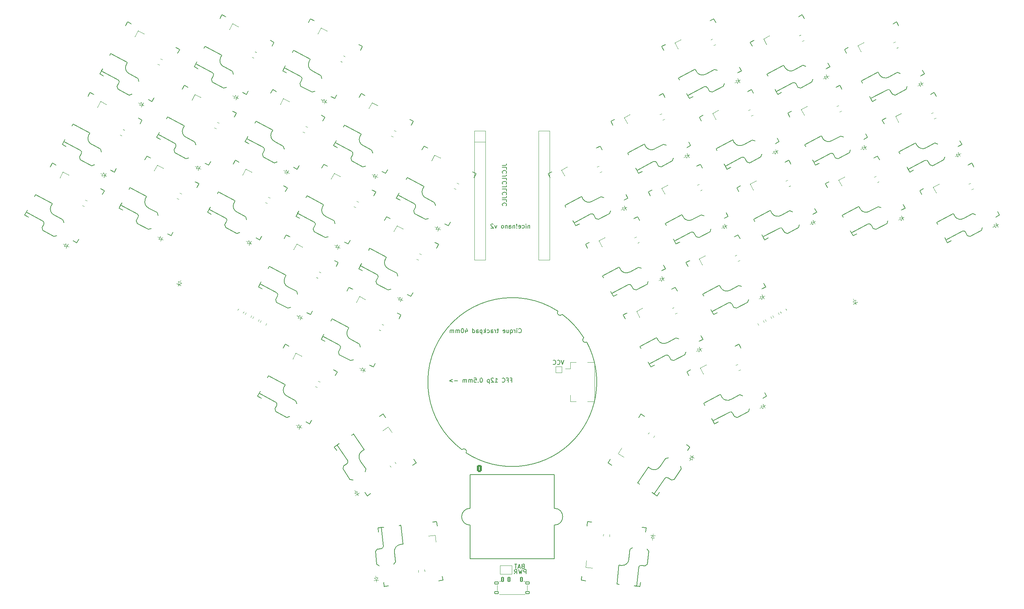
<source format=gbo>
G04 #@! TF.GenerationSoftware,KiCad,Pcbnew,8.0.1*
G04 #@! TF.CreationDate,2025-01-05T22:43:36+02:00*
G04 #@! TF.ProjectId,DeeDee_v1,44656544-6565-45f7-9631-2e6b69636164,v1.0.0*
G04 #@! TF.SameCoordinates,Original*
G04 #@! TF.FileFunction,Legend,Bot*
G04 #@! TF.FilePolarity,Positive*
%FSLAX46Y46*%
G04 Gerber Fmt 4.6, Leading zero omitted, Abs format (unit mm)*
G04 Created by KiCad (PCBNEW 8.0.1) date 2025-01-05 22:43:36*
%MOMM*%
%LPD*%
G01*
G04 APERTURE LIST*
G04 Aperture macros list*
%AMRoundRect*
0 Rectangle with rounded corners*
0 $1 Rounding radius*
0 $2 $3 $4 $5 $6 $7 $8 $9 X,Y pos of 4 corners*
0 Add a 4 corners polygon primitive as box body*
4,1,4,$2,$3,$4,$5,$6,$7,$8,$9,$2,$3,0*
0 Add four circle primitives for the rounded corners*
1,1,$1+$1,$2,$3*
1,1,$1+$1,$4,$5*
1,1,$1+$1,$6,$7*
1,1,$1+$1,$8,$9*
0 Add four rect primitives between the rounded corners*
20,1,$1+$1,$2,$3,$4,$5,0*
20,1,$1+$1,$4,$5,$6,$7,0*
20,1,$1+$1,$6,$7,$8,$9,0*
20,1,$1+$1,$8,$9,$2,$3,0*%
%AMHorizOval*
0 Thick line with rounded ends*
0 $1 width*
0 $2 $3 position (X,Y) of the first rounded end (center of the circle)*
0 $4 $5 position (X,Y) of the second rounded end (center of the circle)*
0 Add line between two ends*
20,1,$1,$2,$3,$4,$5,0*
0 Add two circle primitives to create the rounded ends*
1,1,$1,$2,$3*
1,1,$1,$4,$5*%
%AMRotRect*
0 Rectangle, with rotation*
0 The origin of the aperture is its center*
0 $1 length*
0 $2 width*
0 $3 Rotation angle, in degrees counterclockwise*
0 Add horizontal line*
21,1,$1,$2,0,0,$3*%
%AMFreePoly0*
4,1,6,1.000000,0.000000,0.500000,-0.750000,-0.500000,-0.750000,-0.500000,0.750000,0.500000,0.750000,1.000000,0.000000,1.000000,0.000000,$1*%
%AMFreePoly1*
4,1,6,0.500000,-0.750000,-0.650000,-0.750000,-0.150000,0.000000,-0.650000,0.750000,0.500000,0.750000,0.500000,-0.750000,0.500000,-0.750000,$1*%
G04 Aperture macros list end*
%ADD10C,0.153000*%
%ADD11C,0.150000*%
%ADD12C,0.120000*%
%ADD13C,0.100000*%
%ADD14C,3.800000*%
%ADD15R,1.300000X0.300000*%
%ADD16R,2.200000X1.800000*%
%ADD17RoundRect,0.250000X0.519855X0.034014X0.226279X0.469259X-0.519855X-0.034014X-0.226279X-0.469259X0*%
%ADD18RoundRect,0.250000X0.474974X-0.214024X0.420096X0.308100X-0.474974X0.214024X-0.420096X-0.308100X0*%
%ADD19RoundRect,0.250000X0.443036X0.274090X-0.020512X0.520563X-0.443036X-0.274090X0.020512X-0.520563X0*%
%ADD20RoundRect,0.250000X-0.020512X-0.520563X0.443036X-0.274090X0.020512X0.520563X-0.443036X0.274090X0*%
%ADD21RotRect,1.000000X1.000000X118.000000*%
%ADD22HorizOval,1.000000X0.000000X0.000000X0.000000X0.000000X0*%
%ADD23RoundRect,0.250000X0.420096X-0.308100X0.474974X0.214024X-0.420096X0.308100X-0.474974X-0.214024X0*%
%ADD24RoundRect,0.250000X0.226279X-0.469259X0.519855X-0.034014X-0.226279X0.469259X-0.519855X0.034014X0*%
%ADD25RoundRect,0.250000X0.274090X-0.443036X0.520563X0.020512X-0.274090X0.443036X-0.520563X-0.020512X0*%
%ADD26RotRect,3.200000X2.000000X152.000000*%
%ADD27C,1.500000*%
%ADD28RotRect,2.000000X2.000000X152.000000*%
%ADD29C,2.000000*%
%ADD30RotRect,3.200000X2.000000X28.000000*%
%ADD31RotRect,2.000000X2.000000X28.000000*%
%ADD32RoundRect,0.240000X-0.360000X-0.635000X0.360000X-0.635000X0.360000X0.635000X-0.360000X0.635000X0*%
%ADD33O,1.200000X1.750000*%
%ADD34RoundRect,0.090000X-0.210000X-0.535000X0.210000X-0.535000X0.210000X0.535000X-0.210000X0.535000X0*%
%ADD35RoundRect,0.105000X0.445000X-0.245000X0.445000X0.245000X-0.445000X0.245000X-0.445000X-0.245000X0*%
%ADD36C,1.800000*%
%ADD37C,2.100000*%
%ADD38RoundRect,0.250000X0.520563X-0.020512X0.274090X0.443036X-0.520563X0.020512X-0.274090X-0.443036X0*%
%ADD39RotRect,1.400000X1.000000X28.000000*%
%ADD40RotRect,0.900000X1.200000X96.000000*%
%ADD41C,1.900000*%
%ADD42C,3.000000*%
%ADD43C,3.400000*%
%ADD44RotRect,2.600000X2.600000X152.000000*%
%ADD45RotRect,0.900000X1.200000X124.000000*%
%ADD46RotRect,1.400000X1.000000X332.000000*%
%ADD47RotRect,2.600000X2.600000X208.000000*%
%ADD48RotRect,0.900000X1.200000X152.000000*%
%ADD49RotRect,0.900000X1.200000X62.000000*%
%ADD50RotRect,2.600000X2.600000X264.000000*%
%ADD51RotRect,0.900000X1.200000X208.000000*%
%ADD52RotRect,1.400000X1.000000X84.000000*%
%ADD53C,1.700000*%
%ADD54FreePoly0,180.000000*%
%ADD55FreePoly1,180.000000*%
%ADD56RotRect,1.400000X1.000000X56.000000*%
%ADD57RotRect,1.400000X1.000000X304.000000*%
%ADD58RotRect,2.600000X2.600000X236.000000*%
%ADD59RotRect,2.600000X2.600000X96.000000*%
%ADD60RotRect,2.600000X2.600000X124.000000*%
%ADD61RotRect,0.900000X1.200000X264.000000*%
%ADD62R,1.000000X1.000000*%
%ADD63RotRect,0.900000X1.200000X236.000000*%
%ADD64RotRect,0.900000X1.200000X118.000000*%
%ADD65RotRect,1.400000X1.000000X276.000000*%
G04 APERTURE END LIST*
D10*
X210011247Y-105052996D02*
X210011247Y-105719663D01*
X210011247Y-105148234D02*
X209963628Y-105100615D01*
X209963628Y-105100615D02*
X209868390Y-105052996D01*
X209868390Y-105052996D02*
X209725533Y-105052996D01*
X209725533Y-105052996D02*
X209630295Y-105100615D01*
X209630295Y-105100615D02*
X209582676Y-105195853D01*
X209582676Y-105195853D02*
X209582676Y-105719663D01*
X209106485Y-105719663D02*
X209106485Y-105052996D01*
X209106485Y-104719663D02*
X209154104Y-104767282D01*
X209154104Y-104767282D02*
X209106485Y-104814901D01*
X209106485Y-104814901D02*
X209058866Y-104767282D01*
X209058866Y-104767282D02*
X209106485Y-104719663D01*
X209106485Y-104719663D02*
X209106485Y-104814901D01*
X208201724Y-105672044D02*
X208296962Y-105719663D01*
X208296962Y-105719663D02*
X208487438Y-105719663D01*
X208487438Y-105719663D02*
X208582676Y-105672044D01*
X208582676Y-105672044D02*
X208630295Y-105624424D01*
X208630295Y-105624424D02*
X208677914Y-105529186D01*
X208677914Y-105529186D02*
X208677914Y-105243472D01*
X208677914Y-105243472D02*
X208630295Y-105148234D01*
X208630295Y-105148234D02*
X208582676Y-105100615D01*
X208582676Y-105100615D02*
X208487438Y-105052996D01*
X208487438Y-105052996D02*
X208296962Y-105052996D01*
X208296962Y-105052996D02*
X208201724Y-105100615D01*
X207392200Y-105672044D02*
X207487438Y-105719663D01*
X207487438Y-105719663D02*
X207677914Y-105719663D01*
X207677914Y-105719663D02*
X207773152Y-105672044D01*
X207773152Y-105672044D02*
X207820771Y-105576805D01*
X207820771Y-105576805D02*
X207820771Y-105195853D01*
X207820771Y-105195853D02*
X207773152Y-105100615D01*
X207773152Y-105100615D02*
X207677914Y-105052996D01*
X207677914Y-105052996D02*
X207487438Y-105052996D01*
X207487438Y-105052996D02*
X207392200Y-105100615D01*
X207392200Y-105100615D02*
X207344581Y-105195853D01*
X207344581Y-105195853D02*
X207344581Y-105291091D01*
X207344581Y-105291091D02*
X207820771Y-105386329D01*
X206916009Y-105624424D02*
X206868390Y-105672044D01*
X206868390Y-105672044D02*
X206916009Y-105719663D01*
X206916009Y-105719663D02*
X206963628Y-105672044D01*
X206963628Y-105672044D02*
X206916009Y-105624424D01*
X206916009Y-105624424D02*
X206916009Y-105719663D01*
X206916009Y-105338710D02*
X206963628Y-104767282D01*
X206963628Y-104767282D02*
X206916009Y-104719663D01*
X206916009Y-104719663D02*
X206868390Y-104767282D01*
X206868390Y-104767282D02*
X206916009Y-105338710D01*
X206916009Y-105338710D02*
X206916009Y-104719663D01*
X206439819Y-105052996D02*
X206439819Y-105719663D01*
X206439819Y-105148234D02*
X206392200Y-105100615D01*
X206392200Y-105100615D02*
X206296962Y-105052996D01*
X206296962Y-105052996D02*
X206154105Y-105052996D01*
X206154105Y-105052996D02*
X206058867Y-105100615D01*
X206058867Y-105100615D02*
X206011248Y-105195853D01*
X206011248Y-105195853D02*
X206011248Y-105719663D01*
X205106486Y-105719663D02*
X205106486Y-105195853D01*
X205106486Y-105195853D02*
X205154105Y-105100615D01*
X205154105Y-105100615D02*
X205249343Y-105052996D01*
X205249343Y-105052996D02*
X205439819Y-105052996D01*
X205439819Y-105052996D02*
X205535057Y-105100615D01*
X205106486Y-105672044D02*
X205201724Y-105719663D01*
X205201724Y-105719663D02*
X205439819Y-105719663D01*
X205439819Y-105719663D02*
X205535057Y-105672044D01*
X205535057Y-105672044D02*
X205582676Y-105576805D01*
X205582676Y-105576805D02*
X205582676Y-105481567D01*
X205582676Y-105481567D02*
X205535057Y-105386329D01*
X205535057Y-105386329D02*
X205439819Y-105338710D01*
X205439819Y-105338710D02*
X205201724Y-105338710D01*
X205201724Y-105338710D02*
X205106486Y-105291091D01*
X204630295Y-105052996D02*
X204630295Y-105719663D01*
X204630295Y-105148234D02*
X204582676Y-105100615D01*
X204582676Y-105100615D02*
X204487438Y-105052996D01*
X204487438Y-105052996D02*
X204344581Y-105052996D01*
X204344581Y-105052996D02*
X204249343Y-105100615D01*
X204249343Y-105100615D02*
X204201724Y-105195853D01*
X204201724Y-105195853D02*
X204201724Y-105719663D01*
X203582676Y-105719663D02*
X203677914Y-105672044D01*
X203677914Y-105672044D02*
X203725533Y-105624424D01*
X203725533Y-105624424D02*
X203773152Y-105529186D01*
X203773152Y-105529186D02*
X203773152Y-105243472D01*
X203773152Y-105243472D02*
X203725533Y-105148234D01*
X203725533Y-105148234D02*
X203677914Y-105100615D01*
X203677914Y-105100615D02*
X203582676Y-105052996D01*
X203582676Y-105052996D02*
X203439819Y-105052996D01*
X203439819Y-105052996D02*
X203344581Y-105100615D01*
X203344581Y-105100615D02*
X203296962Y-105148234D01*
X203296962Y-105148234D02*
X203249343Y-105243472D01*
X203249343Y-105243472D02*
X203249343Y-105529186D01*
X203249343Y-105529186D02*
X203296962Y-105624424D01*
X203296962Y-105624424D02*
X203344581Y-105672044D01*
X203344581Y-105672044D02*
X203439819Y-105719663D01*
X203439819Y-105719663D02*
X203582676Y-105719663D01*
X202154104Y-105052996D02*
X201916009Y-105719663D01*
X201916009Y-105719663D02*
X201677914Y-105052996D01*
X201344580Y-104814901D02*
X201296961Y-104767282D01*
X201296961Y-104767282D02*
X201201723Y-104719663D01*
X201201723Y-104719663D02*
X200963628Y-104719663D01*
X200963628Y-104719663D02*
X200868390Y-104767282D01*
X200868390Y-104767282D02*
X200820771Y-104814901D01*
X200820771Y-104814901D02*
X200773152Y-104910139D01*
X200773152Y-104910139D02*
X200773152Y-105005377D01*
X200773152Y-105005377D02*
X200820771Y-105148234D01*
X200820771Y-105148234D02*
X201392199Y-105719663D01*
X201392199Y-105719663D02*
X200773152Y-105719663D01*
X205427914Y-141795853D02*
X205761247Y-141795853D01*
X205761247Y-142319663D02*
X205761247Y-141319663D01*
X205761247Y-141319663D02*
X205285057Y-141319663D01*
X204570771Y-141795853D02*
X204904104Y-141795853D01*
X204904104Y-142319663D02*
X204904104Y-141319663D01*
X204904104Y-141319663D02*
X204427914Y-141319663D01*
X203475533Y-142224424D02*
X203523152Y-142272044D01*
X203523152Y-142272044D02*
X203666009Y-142319663D01*
X203666009Y-142319663D02*
X203761247Y-142319663D01*
X203761247Y-142319663D02*
X203904104Y-142272044D01*
X203904104Y-142272044D02*
X203999342Y-142176805D01*
X203999342Y-142176805D02*
X204046961Y-142081567D01*
X204046961Y-142081567D02*
X204094580Y-141891091D01*
X204094580Y-141891091D02*
X204094580Y-141748234D01*
X204094580Y-141748234D02*
X204046961Y-141557758D01*
X204046961Y-141557758D02*
X203999342Y-141462520D01*
X203999342Y-141462520D02*
X203904104Y-141367282D01*
X203904104Y-141367282D02*
X203761247Y-141319663D01*
X203761247Y-141319663D02*
X203666009Y-141319663D01*
X203666009Y-141319663D02*
X203523152Y-141367282D01*
X203523152Y-141367282D02*
X203475533Y-141414901D01*
X201761247Y-142319663D02*
X202332675Y-142319663D01*
X202046961Y-142319663D02*
X202046961Y-141319663D01*
X202046961Y-141319663D02*
X202142199Y-141462520D01*
X202142199Y-141462520D02*
X202237437Y-141557758D01*
X202237437Y-141557758D02*
X202332675Y-141605377D01*
X201380294Y-141414901D02*
X201332675Y-141367282D01*
X201332675Y-141367282D02*
X201237437Y-141319663D01*
X201237437Y-141319663D02*
X200999342Y-141319663D01*
X200999342Y-141319663D02*
X200904104Y-141367282D01*
X200904104Y-141367282D02*
X200856485Y-141414901D01*
X200856485Y-141414901D02*
X200808866Y-141510139D01*
X200808866Y-141510139D02*
X200808866Y-141605377D01*
X200808866Y-141605377D02*
X200856485Y-141748234D01*
X200856485Y-141748234D02*
X201427913Y-142319663D01*
X201427913Y-142319663D02*
X200808866Y-142319663D01*
X200380294Y-141652996D02*
X200380294Y-142652996D01*
X200380294Y-141700615D02*
X200285056Y-141652996D01*
X200285056Y-141652996D02*
X200094580Y-141652996D01*
X200094580Y-141652996D02*
X199999342Y-141700615D01*
X199999342Y-141700615D02*
X199951723Y-141748234D01*
X199951723Y-141748234D02*
X199904104Y-141843472D01*
X199904104Y-141843472D02*
X199904104Y-142129186D01*
X199904104Y-142129186D02*
X199951723Y-142224424D01*
X199951723Y-142224424D02*
X199999342Y-142272044D01*
X199999342Y-142272044D02*
X200094580Y-142319663D01*
X200094580Y-142319663D02*
X200285056Y-142319663D01*
X200285056Y-142319663D02*
X200380294Y-142272044D01*
X198523151Y-141319663D02*
X198427913Y-141319663D01*
X198427913Y-141319663D02*
X198332675Y-141367282D01*
X198332675Y-141367282D02*
X198285056Y-141414901D01*
X198285056Y-141414901D02*
X198237437Y-141510139D01*
X198237437Y-141510139D02*
X198189818Y-141700615D01*
X198189818Y-141700615D02*
X198189818Y-141938710D01*
X198189818Y-141938710D02*
X198237437Y-142129186D01*
X198237437Y-142129186D02*
X198285056Y-142224424D01*
X198285056Y-142224424D02*
X198332675Y-142272044D01*
X198332675Y-142272044D02*
X198427913Y-142319663D01*
X198427913Y-142319663D02*
X198523151Y-142319663D01*
X198523151Y-142319663D02*
X198618389Y-142272044D01*
X198618389Y-142272044D02*
X198666008Y-142224424D01*
X198666008Y-142224424D02*
X198713627Y-142129186D01*
X198713627Y-142129186D02*
X198761246Y-141938710D01*
X198761246Y-141938710D02*
X198761246Y-141700615D01*
X198761246Y-141700615D02*
X198713627Y-141510139D01*
X198713627Y-141510139D02*
X198666008Y-141414901D01*
X198666008Y-141414901D02*
X198618389Y-141367282D01*
X198618389Y-141367282D02*
X198523151Y-141319663D01*
X197761246Y-142224424D02*
X197713627Y-142272044D01*
X197713627Y-142272044D02*
X197761246Y-142319663D01*
X197761246Y-142319663D02*
X197808865Y-142272044D01*
X197808865Y-142272044D02*
X197761246Y-142224424D01*
X197761246Y-142224424D02*
X197761246Y-142319663D01*
X196808866Y-141319663D02*
X197285056Y-141319663D01*
X197285056Y-141319663D02*
X197332675Y-141795853D01*
X197332675Y-141795853D02*
X197285056Y-141748234D01*
X197285056Y-141748234D02*
X197189818Y-141700615D01*
X197189818Y-141700615D02*
X196951723Y-141700615D01*
X196951723Y-141700615D02*
X196856485Y-141748234D01*
X196856485Y-141748234D02*
X196808866Y-141795853D01*
X196808866Y-141795853D02*
X196761247Y-141891091D01*
X196761247Y-141891091D02*
X196761247Y-142129186D01*
X196761247Y-142129186D02*
X196808866Y-142224424D01*
X196808866Y-142224424D02*
X196856485Y-142272044D01*
X196856485Y-142272044D02*
X196951723Y-142319663D01*
X196951723Y-142319663D02*
X197189818Y-142319663D01*
X197189818Y-142319663D02*
X197285056Y-142272044D01*
X197285056Y-142272044D02*
X197332675Y-142224424D01*
X196332675Y-142319663D02*
X196332675Y-141652996D01*
X196332675Y-141748234D02*
X196285056Y-141700615D01*
X196285056Y-141700615D02*
X196189818Y-141652996D01*
X196189818Y-141652996D02*
X196046961Y-141652996D01*
X196046961Y-141652996D02*
X195951723Y-141700615D01*
X195951723Y-141700615D02*
X195904104Y-141795853D01*
X195904104Y-141795853D02*
X195904104Y-142319663D01*
X195904104Y-141795853D02*
X195856485Y-141700615D01*
X195856485Y-141700615D02*
X195761247Y-141652996D01*
X195761247Y-141652996D02*
X195618390Y-141652996D01*
X195618390Y-141652996D02*
X195523151Y-141700615D01*
X195523151Y-141700615D02*
X195475532Y-141795853D01*
X195475532Y-141795853D02*
X195475532Y-142319663D01*
X194999342Y-142319663D02*
X194999342Y-141652996D01*
X194999342Y-141748234D02*
X194951723Y-141700615D01*
X194951723Y-141700615D02*
X194856485Y-141652996D01*
X194856485Y-141652996D02*
X194713628Y-141652996D01*
X194713628Y-141652996D02*
X194618390Y-141700615D01*
X194618390Y-141700615D02*
X194570771Y-141795853D01*
X194570771Y-141795853D02*
X194570771Y-142319663D01*
X194570771Y-141795853D02*
X194523152Y-141700615D01*
X194523152Y-141700615D02*
X194427914Y-141652996D01*
X194427914Y-141652996D02*
X194285057Y-141652996D01*
X194285057Y-141652996D02*
X194189818Y-141700615D01*
X194189818Y-141700615D02*
X194142199Y-141795853D01*
X194142199Y-141795853D02*
X194142199Y-142319663D01*
X192904104Y-141938710D02*
X192142200Y-141938710D01*
X191666009Y-141652996D02*
X190904105Y-141938710D01*
X190904105Y-141938710D02*
X191666009Y-142224424D01*
X203494663Y-90799466D02*
X204208948Y-90799466D01*
X204208948Y-90799466D02*
X204351805Y-90751847D01*
X204351805Y-90751847D02*
X204447044Y-90656609D01*
X204447044Y-90656609D02*
X204494663Y-90513752D01*
X204494663Y-90513752D02*
X204494663Y-90418514D01*
X204494663Y-91751847D02*
X204494663Y-91275657D01*
X204494663Y-91275657D02*
X203494663Y-91275657D01*
X204399424Y-92656609D02*
X204447044Y-92608990D01*
X204447044Y-92608990D02*
X204494663Y-92466133D01*
X204494663Y-92466133D02*
X204494663Y-92370895D01*
X204494663Y-92370895D02*
X204447044Y-92228038D01*
X204447044Y-92228038D02*
X204351805Y-92132800D01*
X204351805Y-92132800D02*
X204256567Y-92085181D01*
X204256567Y-92085181D02*
X204066091Y-92037562D01*
X204066091Y-92037562D02*
X203923234Y-92037562D01*
X203923234Y-92037562D02*
X203732758Y-92085181D01*
X203732758Y-92085181D02*
X203637520Y-92132800D01*
X203637520Y-92132800D02*
X203542282Y-92228038D01*
X203542282Y-92228038D02*
X203494663Y-92370895D01*
X203494663Y-92370895D02*
X203494663Y-92466133D01*
X203494663Y-92466133D02*
X203542282Y-92608990D01*
X203542282Y-92608990D02*
X203589901Y-92656609D01*
X203494663Y-93370895D02*
X204208948Y-93370895D01*
X204208948Y-93370895D02*
X204351805Y-93323276D01*
X204351805Y-93323276D02*
X204447044Y-93228038D01*
X204447044Y-93228038D02*
X204494663Y-93085181D01*
X204494663Y-93085181D02*
X204494663Y-92989943D01*
X204494663Y-94323276D02*
X204494663Y-93847086D01*
X204494663Y-93847086D02*
X203494663Y-93847086D01*
X204399424Y-95228038D02*
X204447044Y-95180419D01*
X204447044Y-95180419D02*
X204494663Y-95037562D01*
X204494663Y-95037562D02*
X204494663Y-94942324D01*
X204494663Y-94942324D02*
X204447044Y-94799467D01*
X204447044Y-94799467D02*
X204351805Y-94704229D01*
X204351805Y-94704229D02*
X204256567Y-94656610D01*
X204256567Y-94656610D02*
X204066091Y-94608991D01*
X204066091Y-94608991D02*
X203923234Y-94608991D01*
X203923234Y-94608991D02*
X203732758Y-94656610D01*
X203732758Y-94656610D02*
X203637520Y-94704229D01*
X203637520Y-94704229D02*
X203542282Y-94799467D01*
X203542282Y-94799467D02*
X203494663Y-94942324D01*
X203494663Y-94942324D02*
X203494663Y-95037562D01*
X203494663Y-95037562D02*
X203542282Y-95180419D01*
X203542282Y-95180419D02*
X203589901Y-95228038D01*
X203494663Y-95942324D02*
X204208948Y-95942324D01*
X204208948Y-95942324D02*
X204351805Y-95894705D01*
X204351805Y-95894705D02*
X204447044Y-95799467D01*
X204447044Y-95799467D02*
X204494663Y-95656610D01*
X204494663Y-95656610D02*
X204494663Y-95561372D01*
X204494663Y-96894705D02*
X204494663Y-96418515D01*
X204494663Y-96418515D02*
X203494663Y-96418515D01*
X204399424Y-97799467D02*
X204447044Y-97751848D01*
X204447044Y-97751848D02*
X204494663Y-97608991D01*
X204494663Y-97608991D02*
X204494663Y-97513753D01*
X204494663Y-97513753D02*
X204447044Y-97370896D01*
X204447044Y-97370896D02*
X204351805Y-97275658D01*
X204351805Y-97275658D02*
X204256567Y-97228039D01*
X204256567Y-97228039D02*
X204066091Y-97180420D01*
X204066091Y-97180420D02*
X203923234Y-97180420D01*
X203923234Y-97180420D02*
X203732758Y-97228039D01*
X203732758Y-97228039D02*
X203637520Y-97275658D01*
X203637520Y-97275658D02*
X203542282Y-97370896D01*
X203542282Y-97370896D02*
X203494663Y-97513753D01*
X203494663Y-97513753D02*
X203494663Y-97608991D01*
X203494663Y-97608991D02*
X203542282Y-97751848D01*
X203542282Y-97751848D02*
X203589901Y-97799467D01*
X203494663Y-98513753D02*
X204208948Y-98513753D01*
X204208948Y-98513753D02*
X204351805Y-98466134D01*
X204351805Y-98466134D02*
X204447044Y-98370896D01*
X204447044Y-98370896D02*
X204494663Y-98228039D01*
X204494663Y-98228039D02*
X204494663Y-98132801D01*
X204494663Y-99466134D02*
X204494663Y-98989944D01*
X204494663Y-98989944D02*
X203494663Y-98989944D01*
X204399424Y-100370896D02*
X204447044Y-100323277D01*
X204447044Y-100323277D02*
X204494663Y-100180420D01*
X204494663Y-100180420D02*
X204494663Y-100085182D01*
X204494663Y-100085182D02*
X204447044Y-99942325D01*
X204447044Y-99942325D02*
X204351805Y-99847087D01*
X204351805Y-99847087D02*
X204256567Y-99799468D01*
X204256567Y-99799468D02*
X204066091Y-99751849D01*
X204066091Y-99751849D02*
X203923234Y-99751849D01*
X203923234Y-99751849D02*
X203732758Y-99799468D01*
X203732758Y-99799468D02*
X203637520Y-99847087D01*
X203637520Y-99847087D02*
X203542282Y-99942325D01*
X203542282Y-99942325D02*
X203494663Y-100085182D01*
X203494663Y-100085182D02*
X203494663Y-100180420D01*
X203494663Y-100180420D02*
X203542282Y-100323277D01*
X203542282Y-100323277D02*
X203589901Y-100370896D01*
D11*
X209088220Y-187794819D02*
X209088220Y-186794819D01*
X209088220Y-186794819D02*
X208707268Y-186794819D01*
X208707268Y-186794819D02*
X208612030Y-186842438D01*
X208612030Y-186842438D02*
X208564411Y-186890057D01*
X208564411Y-186890057D02*
X208516792Y-186985295D01*
X208516792Y-186985295D02*
X208516792Y-187128152D01*
X208516792Y-187128152D02*
X208564411Y-187223390D01*
X208564411Y-187223390D02*
X208612030Y-187271009D01*
X208612030Y-187271009D02*
X208707268Y-187318628D01*
X208707268Y-187318628D02*
X209088220Y-187318628D01*
X208183458Y-186794819D02*
X207945363Y-187794819D01*
X207945363Y-187794819D02*
X207754887Y-187080533D01*
X207754887Y-187080533D02*
X207564411Y-187794819D01*
X207564411Y-187794819D02*
X207326316Y-186794819D01*
X206373935Y-187794819D02*
X206707268Y-187318628D01*
X206945363Y-187794819D02*
X206945363Y-186794819D01*
X206945363Y-186794819D02*
X206564411Y-186794819D01*
X206564411Y-186794819D02*
X206469173Y-186842438D01*
X206469173Y-186842438D02*
X206421554Y-186890057D01*
X206421554Y-186890057D02*
X206373935Y-186985295D01*
X206373935Y-186985295D02*
X206373935Y-187128152D01*
X206373935Y-187128152D02*
X206421554Y-187223390D01*
X206421554Y-187223390D02*
X206469173Y-187271009D01*
X206469173Y-187271009D02*
X206564411Y-187318628D01*
X206564411Y-187318628D02*
X206945363Y-187318628D01*
X207382143Y-130459580D02*
X207429762Y-130507200D01*
X207429762Y-130507200D02*
X207572619Y-130554819D01*
X207572619Y-130554819D02*
X207667857Y-130554819D01*
X207667857Y-130554819D02*
X207810714Y-130507200D01*
X207810714Y-130507200D02*
X207905952Y-130411961D01*
X207905952Y-130411961D02*
X207953571Y-130316723D01*
X207953571Y-130316723D02*
X208001190Y-130126247D01*
X208001190Y-130126247D02*
X208001190Y-129983390D01*
X208001190Y-129983390D02*
X207953571Y-129792914D01*
X207953571Y-129792914D02*
X207905952Y-129697676D01*
X207905952Y-129697676D02*
X207810714Y-129602438D01*
X207810714Y-129602438D02*
X207667857Y-129554819D01*
X207667857Y-129554819D02*
X207572619Y-129554819D01*
X207572619Y-129554819D02*
X207429762Y-129602438D01*
X207429762Y-129602438D02*
X207382143Y-129650057D01*
X206953571Y-130554819D02*
X206953571Y-129888152D01*
X206953571Y-129554819D02*
X207001190Y-129602438D01*
X207001190Y-129602438D02*
X206953571Y-129650057D01*
X206953571Y-129650057D02*
X206905952Y-129602438D01*
X206905952Y-129602438D02*
X206953571Y-129554819D01*
X206953571Y-129554819D02*
X206953571Y-129650057D01*
X206477381Y-130554819D02*
X206477381Y-129888152D01*
X206477381Y-130078628D02*
X206429762Y-129983390D01*
X206429762Y-129983390D02*
X206382143Y-129935771D01*
X206382143Y-129935771D02*
X206286905Y-129888152D01*
X206286905Y-129888152D02*
X206191667Y-129888152D01*
X205429762Y-129888152D02*
X205429762Y-130888152D01*
X205429762Y-130507200D02*
X205525000Y-130554819D01*
X205525000Y-130554819D02*
X205715476Y-130554819D01*
X205715476Y-130554819D02*
X205810714Y-130507200D01*
X205810714Y-130507200D02*
X205858333Y-130459580D01*
X205858333Y-130459580D02*
X205905952Y-130364342D01*
X205905952Y-130364342D02*
X205905952Y-130078628D01*
X205905952Y-130078628D02*
X205858333Y-129983390D01*
X205858333Y-129983390D02*
X205810714Y-129935771D01*
X205810714Y-129935771D02*
X205715476Y-129888152D01*
X205715476Y-129888152D02*
X205525000Y-129888152D01*
X205525000Y-129888152D02*
X205429762Y-129935771D01*
X204525000Y-129888152D02*
X204525000Y-130554819D01*
X204953571Y-129888152D02*
X204953571Y-130411961D01*
X204953571Y-130411961D02*
X204905952Y-130507200D01*
X204905952Y-130507200D02*
X204810714Y-130554819D01*
X204810714Y-130554819D02*
X204667857Y-130554819D01*
X204667857Y-130554819D02*
X204572619Y-130507200D01*
X204572619Y-130507200D02*
X204525000Y-130459580D01*
X203667857Y-130507200D02*
X203763095Y-130554819D01*
X203763095Y-130554819D02*
X203953571Y-130554819D01*
X203953571Y-130554819D02*
X204048809Y-130507200D01*
X204048809Y-130507200D02*
X204096428Y-130411961D01*
X204096428Y-130411961D02*
X204096428Y-130031009D01*
X204096428Y-130031009D02*
X204048809Y-129935771D01*
X204048809Y-129935771D02*
X203953571Y-129888152D01*
X203953571Y-129888152D02*
X203763095Y-129888152D01*
X203763095Y-129888152D02*
X203667857Y-129935771D01*
X203667857Y-129935771D02*
X203620238Y-130031009D01*
X203620238Y-130031009D02*
X203620238Y-130126247D01*
X203620238Y-130126247D02*
X204096428Y-130221485D01*
X202572618Y-129888152D02*
X202191666Y-129888152D01*
X202429761Y-129554819D02*
X202429761Y-130411961D01*
X202429761Y-130411961D02*
X202382142Y-130507200D01*
X202382142Y-130507200D02*
X202286904Y-130554819D01*
X202286904Y-130554819D02*
X202191666Y-130554819D01*
X201858332Y-130554819D02*
X201858332Y-129888152D01*
X201858332Y-130078628D02*
X201810713Y-129983390D01*
X201810713Y-129983390D02*
X201763094Y-129935771D01*
X201763094Y-129935771D02*
X201667856Y-129888152D01*
X201667856Y-129888152D02*
X201572618Y-129888152D01*
X200810713Y-130554819D02*
X200810713Y-130031009D01*
X200810713Y-130031009D02*
X200858332Y-129935771D01*
X200858332Y-129935771D02*
X200953570Y-129888152D01*
X200953570Y-129888152D02*
X201144046Y-129888152D01*
X201144046Y-129888152D02*
X201239284Y-129935771D01*
X200810713Y-130507200D02*
X200905951Y-130554819D01*
X200905951Y-130554819D02*
X201144046Y-130554819D01*
X201144046Y-130554819D02*
X201239284Y-130507200D01*
X201239284Y-130507200D02*
X201286903Y-130411961D01*
X201286903Y-130411961D02*
X201286903Y-130316723D01*
X201286903Y-130316723D02*
X201239284Y-130221485D01*
X201239284Y-130221485D02*
X201144046Y-130173866D01*
X201144046Y-130173866D02*
X200905951Y-130173866D01*
X200905951Y-130173866D02*
X200810713Y-130126247D01*
X199905951Y-130507200D02*
X200001189Y-130554819D01*
X200001189Y-130554819D02*
X200191665Y-130554819D01*
X200191665Y-130554819D02*
X200286903Y-130507200D01*
X200286903Y-130507200D02*
X200334522Y-130459580D01*
X200334522Y-130459580D02*
X200382141Y-130364342D01*
X200382141Y-130364342D02*
X200382141Y-130078628D01*
X200382141Y-130078628D02*
X200334522Y-129983390D01*
X200334522Y-129983390D02*
X200286903Y-129935771D01*
X200286903Y-129935771D02*
X200191665Y-129888152D01*
X200191665Y-129888152D02*
X200001189Y-129888152D01*
X200001189Y-129888152D02*
X199905951Y-129935771D01*
X199477379Y-130554819D02*
X199477379Y-129554819D01*
X199382141Y-130173866D02*
X199096427Y-130554819D01*
X199096427Y-129888152D02*
X199477379Y-130269104D01*
X198667855Y-129888152D02*
X198667855Y-130888152D01*
X198667855Y-129935771D02*
X198572617Y-129888152D01*
X198572617Y-129888152D02*
X198382141Y-129888152D01*
X198382141Y-129888152D02*
X198286903Y-129935771D01*
X198286903Y-129935771D02*
X198239284Y-129983390D01*
X198239284Y-129983390D02*
X198191665Y-130078628D01*
X198191665Y-130078628D02*
X198191665Y-130364342D01*
X198191665Y-130364342D02*
X198239284Y-130459580D01*
X198239284Y-130459580D02*
X198286903Y-130507200D01*
X198286903Y-130507200D02*
X198382141Y-130554819D01*
X198382141Y-130554819D02*
X198572617Y-130554819D01*
X198572617Y-130554819D02*
X198667855Y-130507200D01*
X197334522Y-130554819D02*
X197334522Y-130031009D01*
X197334522Y-130031009D02*
X197382141Y-129935771D01*
X197382141Y-129935771D02*
X197477379Y-129888152D01*
X197477379Y-129888152D02*
X197667855Y-129888152D01*
X197667855Y-129888152D02*
X197763093Y-129935771D01*
X197334522Y-130507200D02*
X197429760Y-130554819D01*
X197429760Y-130554819D02*
X197667855Y-130554819D01*
X197667855Y-130554819D02*
X197763093Y-130507200D01*
X197763093Y-130507200D02*
X197810712Y-130411961D01*
X197810712Y-130411961D02*
X197810712Y-130316723D01*
X197810712Y-130316723D02*
X197763093Y-130221485D01*
X197763093Y-130221485D02*
X197667855Y-130173866D01*
X197667855Y-130173866D02*
X197429760Y-130173866D01*
X197429760Y-130173866D02*
X197334522Y-130126247D01*
X196429760Y-130554819D02*
X196429760Y-129554819D01*
X196429760Y-130507200D02*
X196524998Y-130554819D01*
X196524998Y-130554819D02*
X196715474Y-130554819D01*
X196715474Y-130554819D02*
X196810712Y-130507200D01*
X196810712Y-130507200D02*
X196858331Y-130459580D01*
X196858331Y-130459580D02*
X196905950Y-130364342D01*
X196905950Y-130364342D02*
X196905950Y-130078628D01*
X196905950Y-130078628D02*
X196858331Y-129983390D01*
X196858331Y-129983390D02*
X196810712Y-129935771D01*
X196810712Y-129935771D02*
X196715474Y-129888152D01*
X196715474Y-129888152D02*
X196524998Y-129888152D01*
X196524998Y-129888152D02*
X196429760Y-129935771D01*
X194763093Y-129888152D02*
X194763093Y-130554819D01*
X195001188Y-129507200D02*
X195239283Y-130221485D01*
X195239283Y-130221485D02*
X194620236Y-130221485D01*
X194048807Y-129554819D02*
X193953569Y-129554819D01*
X193953569Y-129554819D02*
X193858331Y-129602438D01*
X193858331Y-129602438D02*
X193810712Y-129650057D01*
X193810712Y-129650057D02*
X193763093Y-129745295D01*
X193763093Y-129745295D02*
X193715474Y-129935771D01*
X193715474Y-129935771D02*
X193715474Y-130173866D01*
X193715474Y-130173866D02*
X193763093Y-130364342D01*
X193763093Y-130364342D02*
X193810712Y-130459580D01*
X193810712Y-130459580D02*
X193858331Y-130507200D01*
X193858331Y-130507200D02*
X193953569Y-130554819D01*
X193953569Y-130554819D02*
X194048807Y-130554819D01*
X194048807Y-130554819D02*
X194144045Y-130507200D01*
X194144045Y-130507200D02*
X194191664Y-130459580D01*
X194191664Y-130459580D02*
X194239283Y-130364342D01*
X194239283Y-130364342D02*
X194286902Y-130173866D01*
X194286902Y-130173866D02*
X194286902Y-129935771D01*
X194286902Y-129935771D02*
X194239283Y-129745295D01*
X194239283Y-129745295D02*
X194191664Y-129650057D01*
X194191664Y-129650057D02*
X194144045Y-129602438D01*
X194144045Y-129602438D02*
X194048807Y-129554819D01*
X193286902Y-130554819D02*
X193286902Y-129888152D01*
X193286902Y-129983390D02*
X193239283Y-129935771D01*
X193239283Y-129935771D02*
X193144045Y-129888152D01*
X193144045Y-129888152D02*
X193001188Y-129888152D01*
X193001188Y-129888152D02*
X192905950Y-129935771D01*
X192905950Y-129935771D02*
X192858331Y-130031009D01*
X192858331Y-130031009D02*
X192858331Y-130554819D01*
X192858331Y-130031009D02*
X192810712Y-129935771D01*
X192810712Y-129935771D02*
X192715474Y-129888152D01*
X192715474Y-129888152D02*
X192572617Y-129888152D01*
X192572617Y-129888152D02*
X192477378Y-129935771D01*
X192477378Y-129935771D02*
X192429759Y-130031009D01*
X192429759Y-130031009D02*
X192429759Y-130554819D01*
X191953569Y-130554819D02*
X191953569Y-129888152D01*
X191953569Y-129983390D02*
X191905950Y-129935771D01*
X191905950Y-129935771D02*
X191810712Y-129888152D01*
X191810712Y-129888152D02*
X191667855Y-129888152D01*
X191667855Y-129888152D02*
X191572617Y-129935771D01*
X191572617Y-129935771D02*
X191524998Y-130031009D01*
X191524998Y-130031009D02*
X191524998Y-130554819D01*
X191524998Y-130031009D02*
X191477379Y-129935771D01*
X191477379Y-129935771D02*
X191382141Y-129888152D01*
X191382141Y-129888152D02*
X191239284Y-129888152D01*
X191239284Y-129888152D02*
X191144045Y-129935771D01*
X191144045Y-129935771D02*
X191096426Y-130031009D01*
X191096426Y-130031009D02*
X191096426Y-130554819D01*
X208338095Y-185969376D02*
X208195238Y-186016995D01*
X208195238Y-186016995D02*
X208147619Y-186064614D01*
X208147619Y-186064614D02*
X208100000Y-186159852D01*
X208100000Y-186159852D02*
X208100000Y-186302709D01*
X208100000Y-186302709D02*
X208147619Y-186397947D01*
X208147619Y-186397947D02*
X208195238Y-186445567D01*
X208195238Y-186445567D02*
X208290476Y-186493186D01*
X208290476Y-186493186D02*
X208671428Y-186493186D01*
X208671428Y-186493186D02*
X208671428Y-185493186D01*
X208671428Y-185493186D02*
X208338095Y-185493186D01*
X208338095Y-185493186D02*
X208242857Y-185540805D01*
X208242857Y-185540805D02*
X208195238Y-185588424D01*
X208195238Y-185588424D02*
X208147619Y-185683662D01*
X208147619Y-185683662D02*
X208147619Y-185778900D01*
X208147619Y-185778900D02*
X208195238Y-185874138D01*
X208195238Y-185874138D02*
X208242857Y-185921757D01*
X208242857Y-185921757D02*
X208338095Y-185969376D01*
X208338095Y-185969376D02*
X208671428Y-185969376D01*
X207719047Y-186207471D02*
X207242857Y-186207471D01*
X207814285Y-186493186D02*
X207480952Y-185493186D01*
X207480952Y-185493186D02*
X207147619Y-186493186D01*
X206957142Y-185493186D02*
X206385714Y-185493186D01*
X206671428Y-186493186D02*
X206671428Y-185493186D01*
X218115562Y-137085606D02*
X217782229Y-138085606D01*
X217782229Y-138085606D02*
X217448896Y-137085606D01*
X216544134Y-137990367D02*
X216591753Y-138037987D01*
X216591753Y-138037987D02*
X216734610Y-138085606D01*
X216734610Y-138085606D02*
X216829848Y-138085606D01*
X216829848Y-138085606D02*
X216972705Y-138037987D01*
X216972705Y-138037987D02*
X217067943Y-137942748D01*
X217067943Y-137942748D02*
X217115562Y-137847510D01*
X217115562Y-137847510D02*
X217163181Y-137657034D01*
X217163181Y-137657034D02*
X217163181Y-137514177D01*
X217163181Y-137514177D02*
X217115562Y-137323701D01*
X217115562Y-137323701D02*
X217067943Y-137228463D01*
X217067943Y-137228463D02*
X216972705Y-137133225D01*
X216972705Y-137133225D02*
X216829848Y-137085606D01*
X216829848Y-137085606D02*
X216734610Y-137085606D01*
X216734610Y-137085606D02*
X216591753Y-137133225D01*
X216591753Y-137133225D02*
X216544134Y-137180844D01*
X215544134Y-137990367D02*
X215591753Y-138037987D01*
X215591753Y-138037987D02*
X215734610Y-138085606D01*
X215734610Y-138085606D02*
X215829848Y-138085606D01*
X215829848Y-138085606D02*
X215972705Y-138037987D01*
X215972705Y-138037987D02*
X216067943Y-137942748D01*
X216067943Y-137942748D02*
X216115562Y-137847510D01*
X216115562Y-137847510D02*
X216163181Y-137657034D01*
X216163181Y-137657034D02*
X216163181Y-137514177D01*
X216163181Y-137514177D02*
X216115562Y-137323701D01*
X216115562Y-137323701D02*
X216067943Y-137228463D01*
X216067943Y-137228463D02*
X215972705Y-137133225D01*
X215972705Y-137133225D02*
X215829848Y-137085606D01*
X215829848Y-137085606D02*
X215734610Y-137085606D01*
X215734610Y-137085606D02*
X215591753Y-137133225D01*
X215591753Y-137133225D02*
X215544134Y-137180844D01*
X195820249Y-164236687D02*
X215820251Y-164236688D01*
X195820250Y-184236688D02*
X195820250Y-176236688D01*
X195820250Y-184236688D02*
X215820251Y-184236688D01*
X195820252Y-172236688D02*
X195820249Y-164236687D01*
X215820251Y-164236688D02*
X215820252Y-172236688D01*
X215820251Y-176236687D02*
X215820251Y-184236688D01*
D12*
X218406467Y-139076687D02*
X219606467Y-139076687D01*
X219606466Y-146886689D02*
X219606466Y-145396690D01*
X219606468Y-137586689D02*
X219606467Y-139076687D01*
X220946467Y-137586688D02*
X219606468Y-137586689D01*
X220946467Y-146886688D02*
X219606466Y-146886689D01*
X223666467Y-146886688D02*
X225406467Y-146886688D01*
X225406467Y-137586688D02*
X223666467Y-137586688D01*
X225406467Y-146886688D02*
X225406467Y-137586688D01*
D11*
X195820251Y-176236687D02*
G75*
G02*
X195820252Y-172236689I-4J1999999D01*
G01*
X215820252Y-172236688D02*
G75*
G02*
X215820251Y-176236688I-4J-2000000D01*
G01*
X193776898Y-158221049D02*
X193776898Y-158221049D01*
G75*
G02*
X216574738Y-125358206I12043352J15984359D01*
G01*
X216668184Y-125426789D01*
G75*
G03*
X217703181Y-126185556I517316J-379611D01*
G01*
X217703181Y-126185556D01*
G75*
G02*
X222733628Y-131616869I-11882981J-16051144D01*
G01*
X222814470Y-131734763D01*
G75*
G03*
X223523121Y-132760647I352530J-514137D01*
G01*
X223523121Y-132760647D01*
G75*
G02*
X194887962Y-159079254I-17702871J-9476043D01*
G01*
X194887962Y-159079254D01*
G75*
G03*
X193883088Y-158317569I-536462J335954D01*
G01*
X193776898Y-158221049D01*
D12*
X177021472Y-162464121D02*
X176767527Y-162087630D01*
X178240155Y-161642108D02*
X177986210Y-161265617D01*
X183599240Y-187400443D02*
X183551772Y-186948802D01*
X185061186Y-187246786D02*
X185013718Y-186795145D01*
X168629177Y-100817274D02*
X168228206Y-100604073D01*
X169319300Y-99519341D02*
X168918329Y-99306140D01*
X192447254Y-96493016D02*
X192046283Y-96279815D01*
X193137377Y-95195083D02*
X192736406Y-94981882D01*
X159506745Y-143534730D02*
X159105774Y-143321529D01*
X160196868Y-142236797D02*
X159795897Y-142023596D01*
X258718646Y-112304834D02*
X259119618Y-112091633D01*
X259408770Y-113602767D02*
X259809742Y-113389566D01*
X291801180Y-93581967D02*
X292202152Y-93368766D01*
X292491304Y-94879900D02*
X292892276Y-94666699D01*
X261879975Y-77779395D02*
X262280947Y-77566194D01*
X262570099Y-79077328D02*
X262971071Y-78864127D01*
X177549140Y-84041266D02*
X177148169Y-83828065D01*
X178239263Y-82743333D02*
X177838292Y-82530132D01*
X227440244Y-178793350D02*
X227487713Y-178341709D01*
X228902191Y-178947007D02*
X228949660Y-178495366D01*
X270799937Y-94555395D02*
X271200909Y-94342194D01*
X271490061Y-95853328D02*
X271891033Y-95640127D01*
X314210845Y-95257380D02*
X314611817Y-95044179D01*
X314900969Y-96555313D02*
X315301941Y-96342112D01*
X165467848Y-66291831D02*
X165066877Y-66078630D01*
X166157971Y-64993898D02*
X165757000Y-64780697D01*
X126626682Y-98870412D02*
X126225711Y-98657211D01*
X127316805Y-97572479D02*
X126915834Y-97359278D01*
X238125921Y-154595288D02*
X238379865Y-154218802D01*
X239344607Y-155417298D02*
X239598551Y-155040812D01*
X240878725Y-78752826D02*
X241279697Y-78539625D01*
X241568849Y-80050759D02*
X241969821Y-79837558D01*
X273961256Y-60029958D02*
X274362228Y-59816757D01*
X274651380Y-61327891D02*
X275052352Y-61114690D01*
X174607338Y-130045026D02*
X174206367Y-129831825D01*
X175297461Y-128747093D02*
X174896490Y-128533892D01*
X140643569Y-125228253D02*
X140856770Y-124827282D01*
X141941504Y-125918375D02*
X142154704Y-125517404D01*
X142431539Y-126178933D02*
X142644739Y-125777962D01*
X143729472Y-126869055D02*
X143942671Y-126468085D01*
X144219509Y-127129613D02*
X144432708Y-126728643D01*
X145517441Y-127819736D02*
X145730641Y-127418765D01*
X146007476Y-128080294D02*
X146220676Y-127679323D01*
X147305410Y-128770416D02*
X147518611Y-128369445D01*
X243820525Y-124756589D02*
X244221497Y-124543388D01*
X244510649Y-126054522D02*
X244911621Y-125841321D01*
X258921121Y-138246287D02*
X259322093Y-138033086D01*
X259611245Y-139544220D02*
X260012217Y-139331019D01*
X225980609Y-91204578D02*
X226381581Y-90991377D01*
X226670733Y-92502511D02*
X227071705Y-92289310D01*
X282881221Y-76805964D02*
X283282193Y-76592763D01*
X283571345Y-78103897D02*
X283972317Y-77890696D01*
X252960015Y-61003395D02*
X253360987Y-60790194D01*
X253650139Y-62301328D02*
X254051111Y-62088127D01*
X296370927Y-61705372D02*
X296771899Y-61492171D01*
X297061051Y-63003305D02*
X297462023Y-62790104D01*
X202256467Y-190451040D02*
X202256469Y-191751038D01*
X202756468Y-189551039D02*
X203106468Y-189551040D01*
X208506468Y-189551040D02*
X208856468Y-189551039D01*
X208856468Y-192651039D02*
X202756468Y-192651039D01*
X209356469Y-191751038D02*
X209356467Y-190451040D01*
X104217016Y-100545819D02*
X103816045Y-100332618D01*
X104907139Y-99247886D02*
X104506168Y-99034685D01*
X122056932Y-66993813D02*
X121655961Y-66780612D01*
X122747055Y-65695880D02*
X122346084Y-65482679D01*
X159709217Y-117593277D02*
X159308246Y-117380076D01*
X160399340Y-116295344D02*
X159998369Y-116082143D01*
X183527292Y-113269020D02*
X183126321Y-113055819D01*
X184217415Y-111971087D02*
X183816444Y-111757886D01*
X156547887Y-83067837D02*
X156146916Y-82854636D01*
X157238010Y-81769904D02*
X156837039Y-81556703D01*
X135546637Y-82094409D02*
X135145666Y-81881208D01*
X136236760Y-80796476D02*
X135835789Y-80583275D01*
X113136976Y-83769815D02*
X112736005Y-83556614D01*
X113827099Y-82471882D02*
X113426128Y-82258681D01*
X264307526Y-128770416D02*
X264094324Y-128369446D01*
X265605460Y-128080295D02*
X265392260Y-127679323D01*
X266095495Y-127819736D02*
X265882295Y-127418765D01*
X267393427Y-127129613D02*
X267180228Y-126728643D01*
X267883464Y-126869055D02*
X267670265Y-126468085D01*
X269181397Y-126178933D02*
X268968197Y-125777962D01*
X269671432Y-125918375D02*
X269458232Y-125517403D01*
X270969368Y-125228252D02*
X270756166Y-124827282D01*
X249798686Y-95528832D02*
X250199658Y-95315631D01*
X250488810Y-96826765D02*
X250889782Y-96613564D01*
X147627929Y-99843837D02*
X147226958Y-99630636D01*
X148318052Y-98545904D02*
X147917081Y-98332703D01*
X305290887Y-78481375D02*
X305691859Y-78268174D01*
X305981011Y-79779308D02*
X306381983Y-79566107D01*
X234900569Y-107980581D02*
X235301541Y-107767380D01*
X235590693Y-109278514D02*
X235991665Y-109065313D01*
X144466599Y-65318397D02*
X144065628Y-65105196D01*
X145156722Y-64020464D02*
X144755751Y-63807263D01*
X262312915Y-95256932D02*
X263725633Y-94505776D01*
X263064070Y-96669646D02*
X262312915Y-95256932D01*
D13*
X173070913Y-188781453D02*
X173866534Y-188697833D01*
X173468725Y-188739643D02*
X173416462Y-188242382D01*
X173531440Y-189336356D02*
X172984452Y-189393846D01*
X173531440Y-189336356D02*
X173070913Y-188781453D01*
X173531440Y-189336356D02*
X174078428Y-189278865D01*
X173573250Y-189734164D02*
X173531440Y-189336356D01*
X173866534Y-188697833D02*
X173531440Y-189336356D01*
D12*
X283314168Y-94283498D02*
X284726886Y-93532342D01*
X284065323Y-95696212D02*
X283314168Y-94283498D01*
D11*
X163441414Y-86127262D02*
X163910885Y-85244316D01*
X163441414Y-86127262D02*
X164324362Y-86596734D01*
X163816991Y-85420904D02*
X164098675Y-84891136D01*
X165788772Y-81712524D02*
X166023507Y-81271049D01*
X166023507Y-81271049D02*
X169996772Y-83383672D01*
X167527522Y-89092683D02*
X167734259Y-89768892D01*
X167527522Y-89092683D02*
X167959438Y-88280372D01*
X167734259Y-89768892D02*
X170383103Y-91177308D01*
X167772595Y-87524137D02*
X163816991Y-85420904D01*
X169544544Y-74648944D02*
X170014016Y-73765996D01*
X169996772Y-83383672D02*
X169668141Y-84001735D01*
X170383103Y-91177308D02*
X171059312Y-90970570D01*
X170464945Y-86124259D02*
X172495725Y-87204043D01*
X170896962Y-74235467D02*
X170014016Y-73765996D01*
X172495725Y-87204043D02*
X172702463Y-87880254D01*
X174919734Y-92230393D02*
X175802680Y-92699864D01*
X176272152Y-91816916D02*
X175802680Y-92699864D01*
X182375282Y-80338598D02*
X181492334Y-79869126D01*
X182375282Y-80338598D02*
X181905811Y-81221544D01*
X167772595Y-87524138D02*
G75*
G02*
X167959434Y-88280369I-284696J-471535D01*
G01*
X170464945Y-86124259D02*
G75*
G02*
X169658753Y-84019395I649337J1455529D01*
G01*
D12*
X250434107Y-138947817D02*
X251846825Y-138196661D01*
X251185262Y-140360531D02*
X250434107Y-138947817D01*
D13*
X168373853Y-168626224D02*
X169037087Y-168178870D01*
X168705471Y-168402548D02*
X168425874Y-167988027D01*
X169037087Y-168178870D02*
X169040987Y-168899970D01*
X169040987Y-168899970D02*
X168373853Y-168626224D01*
X169040987Y-168899970D02*
X168585015Y-169207524D01*
X169040987Y-168899970D02*
X169496957Y-168592413D01*
X169264664Y-169231585D02*
X169040987Y-168899970D01*
D12*
X162839703Y-94075089D02*
X163590859Y-92662372D01*
X163590859Y-92662372D02*
X165003575Y-93413528D01*
X217493595Y-91906107D02*
X218906313Y-91154951D01*
X218244750Y-93318821D02*
X217493595Y-91906107D01*
D11*
X285199322Y-64174091D02*
X284729851Y-63291145D01*
X285612799Y-62821672D02*
X284729851Y-63291145D01*
X288720359Y-70796198D02*
X292693623Y-68683576D01*
X288955095Y-71237673D02*
X288720359Y-70796198D01*
X290926876Y-74946053D02*
X290645193Y-74416284D01*
X291302453Y-75652411D02*
X290832980Y-74769463D01*
X291302453Y-75652411D02*
X292185399Y-75182940D01*
X292693623Y-68683576D02*
X293022253Y-69301641D01*
X294882480Y-72842822D02*
X290926876Y-74946053D01*
X295227472Y-69827960D02*
X297258251Y-68748175D01*
X296045821Y-73923117D02*
X295613908Y-73110804D01*
X296045821Y-73923117D02*
X296722030Y-74129855D01*
X296722030Y-74129855D02*
X299370874Y-72721439D01*
X297091117Y-56718543D02*
X296208171Y-57188014D01*
X297091117Y-56718543D02*
X297560590Y-57601491D01*
X297258251Y-68748175D02*
X297934462Y-68954914D01*
X299370874Y-72721439D02*
X299577611Y-72045230D01*
X302780771Y-69549282D02*
X303663719Y-69079809D01*
X303194248Y-68196863D02*
X303663719Y-69079809D01*
X294882480Y-72842823D02*
G75*
G02*
X295613906Y-73110805I231722J-499703D01*
G01*
X295227472Y-69827960D02*
G75*
G02*
X293031641Y-69319302I-843585J1352251D01*
G01*
X130358875Y-67404398D02*
X130828346Y-66521452D01*
X130358875Y-67404398D02*
X131241823Y-67873870D01*
X130734452Y-66698040D02*
X131016136Y-66168272D01*
X132706233Y-62989660D02*
X132940968Y-62548185D01*
X132940968Y-62548185D02*
X136914233Y-64660808D01*
X134444983Y-70369819D02*
X134651720Y-71046028D01*
X134444983Y-70369819D02*
X134876899Y-69557508D01*
X134651720Y-71046028D02*
X137300564Y-72454444D01*
X134690056Y-68801273D02*
X130734452Y-66698040D01*
X136462005Y-55926080D02*
X136931477Y-55043132D01*
X136914233Y-64660808D02*
X136585602Y-65278871D01*
X137300564Y-72454444D02*
X137976773Y-72247706D01*
X137382406Y-67401395D02*
X139413186Y-68481179D01*
X137814423Y-55512603D02*
X136931477Y-55043132D01*
X139413186Y-68481179D02*
X139619924Y-69157390D01*
X141837195Y-73507529D02*
X142720141Y-73977000D01*
X143189613Y-73094052D02*
X142720141Y-73977000D01*
X149292743Y-61615734D02*
X148409795Y-61146262D01*
X149292743Y-61615734D02*
X148823272Y-62498680D01*
X134690056Y-68801274D02*
G75*
G02*
X134876895Y-69557505I-284696J-471535D01*
G01*
X137382406Y-67401395D02*
G75*
G02*
X136576214Y-65296531I649337J1455529D01*
G01*
D12*
X177737823Y-106526840D02*
X178488979Y-105114123D01*
X178488979Y-105114123D02*
X179901695Y-105865279D01*
D13*
X160725393Y-75792460D02*
X161100974Y-75086100D01*
X160913184Y-75439278D02*
X160471710Y-75204544D01*
X161100974Y-75086100D02*
X161442953Y-75720963D01*
X161442953Y-75720963D02*
X160725393Y-75792460D01*
X161442953Y-75720963D02*
X161184742Y-76206583D01*
X161442953Y-75720963D02*
X161701162Y-75235341D01*
X161796132Y-75908750D02*
X161442953Y-75720963D01*
X187704801Y-105993642D02*
X188080382Y-105287282D01*
X187892592Y-105640460D02*
X187451118Y-105405726D01*
X188080382Y-105287282D02*
X188422361Y-105922145D01*
X188422361Y-105922145D02*
X187704801Y-105993642D01*
X188422361Y-105922145D02*
X188164150Y-106407765D01*
X188422361Y-105922145D02*
X188680570Y-105436523D01*
X188775540Y-106109932D02*
X188422361Y-105922145D01*
X126483511Y-119424049D02*
X126671298Y-119070870D01*
X126599801Y-118353310D02*
X127306161Y-118728891D01*
X126671298Y-119070870D02*
X126185678Y-118812659D01*
X126671298Y-119070870D02*
X126599801Y-118353310D01*
X126671298Y-119070870D02*
X127156920Y-119329079D01*
X126952983Y-118541101D02*
X127187717Y-118099627D01*
X127306161Y-118728891D02*
X126671298Y-119070870D01*
D12*
X168817860Y-123302842D02*
X169569016Y-121890125D01*
X169569016Y-121890125D02*
X170981732Y-122641281D01*
D13*
X154764290Y-153035354D02*
X155139871Y-152328994D01*
X154952081Y-152682172D02*
X154510607Y-152447438D01*
X155139871Y-152328994D02*
X155481850Y-152963857D01*
X155481850Y-152963857D02*
X154764290Y-153035354D01*
X155481850Y-152963857D02*
X155223639Y-153449477D01*
X155481850Y-152963857D02*
X155740059Y-152478235D01*
X155835029Y-153151644D02*
X155481850Y-152963857D01*
X154966764Y-127093902D02*
X155342345Y-126387542D01*
X155154555Y-126740720D02*
X154713081Y-126505986D01*
X155342345Y-126387542D02*
X155684324Y-127022405D01*
X155684324Y-127022405D02*
X154966764Y-127093902D01*
X155684324Y-127022405D02*
X155426113Y-127508025D01*
X155684324Y-127022405D02*
X155942533Y-126536783D01*
X156037503Y-127210192D02*
X155684324Y-127022405D01*
D12*
X159678374Y-59549648D02*
X160429530Y-58136931D01*
X160429530Y-58136931D02*
X161842246Y-58888087D01*
D11*
X303039240Y-97726103D02*
X302569769Y-96843157D01*
X303452717Y-96373684D02*
X302569769Y-96843157D01*
X306560277Y-104348210D02*
X310533541Y-102235588D01*
X306795013Y-104789685D02*
X306560277Y-104348210D01*
X308766794Y-108498065D02*
X308485111Y-107968296D01*
X309142371Y-109204423D02*
X308672898Y-108321475D01*
X309142371Y-109204423D02*
X310025317Y-108734952D01*
X310533541Y-102235588D02*
X310862171Y-102853653D01*
X312722398Y-106394834D02*
X308766794Y-108498065D01*
X313067390Y-103379972D02*
X315098169Y-102300187D01*
X313885739Y-107475129D02*
X313453826Y-106662816D01*
X313885739Y-107475129D02*
X314561948Y-107681867D01*
X314561948Y-107681867D02*
X317210792Y-106273451D01*
X314931035Y-90270555D02*
X314048089Y-90740026D01*
X314931035Y-90270555D02*
X315400508Y-91153503D01*
X315098169Y-102300187D02*
X315774380Y-102506926D01*
X317210792Y-106273451D02*
X317417529Y-105597242D01*
X320620689Y-103101294D02*
X321503637Y-102631821D01*
X321034166Y-101748875D02*
X321503637Y-102631821D01*
X312722398Y-106394835D02*
G75*
G02*
X313453824Y-106662817I231722J-499703D01*
G01*
X313067390Y-103379972D02*
G75*
G02*
X310871559Y-102871314I-843585J1352251D01*
G01*
D12*
X98427545Y-93803639D02*
X99178701Y-92390922D01*
X99178701Y-92390922D02*
X100591417Y-93142078D01*
D11*
X222349826Y-188336471D02*
X222245296Y-189330995D01*
X223239820Y-189435521D02*
X222245296Y-189330995D01*
X223708694Y-175407685D02*
X223604168Y-176402209D01*
X223708694Y-175407685D02*
X224703218Y-175512215D01*
X230698735Y-190219485D02*
X231169112Y-185744136D01*
X231169112Y-185744136D02*
X231865277Y-185817306D01*
X231195993Y-190271749D02*
X230698735Y-190219485D01*
X233534756Y-184283412D02*
X233775175Y-181996010D01*
X233775175Y-181996010D02*
X234324699Y-181551014D01*
X235372989Y-190710770D02*
X234776273Y-190648053D01*
X235841273Y-186255312D02*
X235372989Y-190710770D01*
X236168606Y-190794393D02*
X235174082Y-190689863D01*
X236168606Y-190794393D02*
X236273132Y-189799869D01*
X236637480Y-176766557D02*
X237632004Y-176871083D01*
X237387411Y-185894953D02*
X236472452Y-185798786D01*
X237387411Y-185894953D02*
X237936938Y-185449955D01*
X237527474Y-177865607D02*
X237632004Y-176871083D01*
X237936938Y-185449955D02*
X238250522Y-182466390D01*
X238250522Y-182466390D02*
X237805526Y-181916864D01*
X233534755Y-184283412D02*
G75*
G02*
X231885168Y-185819394I-1592785J56803D01*
G01*
X235841273Y-186255312D02*
G75*
G02*
X236472452Y-185798785I543853J-87326D01*
G01*
D12*
X116267464Y-60251630D02*
X117018620Y-58838913D01*
X117018620Y-58838913D02*
X118431336Y-59590069D01*
D13*
X255738632Y-105151559D02*
X256456193Y-105223058D01*
X255926423Y-105504741D02*
X255484951Y-105739476D01*
X256114213Y-105857919D02*
X255738632Y-105151559D01*
X256456193Y-105223058D02*
X256114213Y-105857919D01*
X256456193Y-105223058D02*
X256197981Y-104737436D01*
X256456193Y-105223058D02*
X256714401Y-105708678D01*
X256809369Y-105035268D02*
X256456193Y-105223058D01*
D11*
X154521456Y-102903268D02*
X154990927Y-102020322D01*
X154521456Y-102903268D02*
X155404404Y-103372740D01*
X154897033Y-102196910D02*
X155178717Y-101667142D01*
X156868814Y-98488530D02*
X157103549Y-98047055D01*
X157103549Y-98047055D02*
X161076814Y-100159678D01*
X158607564Y-105868689D02*
X158814301Y-106544898D01*
X158607564Y-105868689D02*
X159039480Y-105056378D01*
X158814301Y-106544898D02*
X161463145Y-107953314D01*
X158852637Y-104300143D02*
X154897033Y-102196910D01*
X160624586Y-91424950D02*
X161094058Y-90542002D01*
X161076814Y-100159678D02*
X160748183Y-100777741D01*
X161463145Y-107953314D02*
X162139354Y-107746576D01*
X161544987Y-102900265D02*
X163575767Y-103980049D01*
X161977004Y-91011473D02*
X161094058Y-90542002D01*
X163575767Y-103980049D02*
X163782505Y-104656260D01*
X165999776Y-109006399D02*
X166882722Y-109475870D01*
X167352194Y-108592922D02*
X166882722Y-109475870D01*
X173455324Y-97114604D02*
X172572376Y-96645132D01*
X173455324Y-97114604D02*
X172985853Y-97997550D01*
X158852637Y-104300144D02*
G75*
G02*
X159039476Y-105056375I-284696J-471535D01*
G01*
X161544987Y-102900265D02*
G75*
G02*
X160738795Y-100795401I649337J1455529D01*
G01*
D12*
X241311674Y-96230364D02*
X242724392Y-95479208D01*
X242062829Y-97643078D02*
X241311674Y-96230364D01*
X150758415Y-76325656D02*
X151509571Y-74912939D01*
X151509571Y-74912939D02*
X152922287Y-75664095D01*
D11*
X247749517Y-140715006D02*
X247280046Y-139832060D01*
X248162994Y-139362587D02*
X247280046Y-139832060D01*
X251270554Y-147337113D02*
X255243818Y-145224491D01*
X251505290Y-147778588D02*
X251270554Y-147337113D01*
X253477071Y-151486968D02*
X253195388Y-150957199D01*
X253852648Y-152193326D02*
X253383175Y-151310378D01*
X253852648Y-152193326D02*
X254735594Y-151723855D01*
X255243818Y-145224491D02*
X255572448Y-145842556D01*
X257432675Y-149383737D02*
X253477071Y-151486968D01*
X257777667Y-146368875D02*
X259808446Y-145289090D01*
X258596016Y-150464032D02*
X258164103Y-149651719D01*
X258596016Y-150464032D02*
X259272225Y-150670770D01*
X259272225Y-150670770D02*
X261921069Y-149262354D01*
X259641312Y-133259458D02*
X258758366Y-133728929D01*
X259641312Y-133259458D02*
X260110785Y-134142406D01*
X259808446Y-145289090D02*
X260484657Y-145495829D01*
X261921069Y-149262354D02*
X262127806Y-148586145D01*
X265330966Y-146090197D02*
X266213914Y-145620724D01*
X265744443Y-144737778D02*
X266213914Y-145620724D01*
X257432675Y-149383738D02*
G75*
G02*
X258164101Y-149651720I231722J-499703D01*
G01*
X257777667Y-146368875D02*
G75*
G02*
X255581836Y-145860217I-843585J1352251D01*
G01*
D13*
X311230829Y-88104100D02*
X311948390Y-88175599D01*
X311418620Y-88457282D02*
X310977148Y-88692017D01*
X311606410Y-88810460D02*
X311230829Y-88104100D01*
X311948390Y-88175599D02*
X311606410Y-88810460D01*
X311948390Y-88175599D02*
X311690178Y-87689977D01*
X311948390Y-88175599D02*
X312206598Y-88661219D01*
X312301566Y-87987809D02*
X311948390Y-88175599D01*
D11*
X145399018Y-145620731D02*
X145868489Y-144737785D01*
X145399018Y-145620731D02*
X146281966Y-146090203D01*
X145774595Y-144914373D02*
X146056279Y-144384605D01*
X147746376Y-141205993D02*
X147981111Y-140764518D01*
X147981111Y-140764518D02*
X151954376Y-142877141D01*
X149485126Y-148586152D02*
X149691863Y-149262361D01*
X149485126Y-148586152D02*
X149917042Y-147773841D01*
X149691863Y-149262361D02*
X152340707Y-150670777D01*
X149730199Y-147017606D02*
X145774595Y-144914373D01*
X151502148Y-134142413D02*
X151971620Y-133259465D01*
X151954376Y-142877141D02*
X151625745Y-143495204D01*
X152340707Y-150670777D02*
X153016916Y-150464039D01*
X152422549Y-145617728D02*
X154453329Y-146697512D01*
X152854566Y-133728936D02*
X151971620Y-133259465D01*
X154453329Y-146697512D02*
X154660067Y-147373723D01*
X156877338Y-151723862D02*
X157760284Y-152193333D01*
X158229756Y-151310385D02*
X157760284Y-152193333D01*
X164332886Y-139832067D02*
X163449938Y-139362595D01*
X164332886Y-139832067D02*
X163863415Y-140715013D01*
X149730199Y-147017607D02*
G75*
G02*
X149917038Y-147773838I-284696J-471535D01*
G01*
X152422549Y-145617728D02*
G75*
G02*
X151616357Y-143512864I649337J1455529D01*
G01*
D13*
X258899959Y-70626119D02*
X259617520Y-70697618D01*
X259087750Y-70979301D02*
X258646278Y-71214036D01*
X259275540Y-71332479D02*
X258899959Y-70626119D01*
X259617520Y-70697618D02*
X259275540Y-71332479D01*
X259617520Y-70697618D02*
X259359308Y-70211996D01*
X259617520Y-70697618D02*
X259875728Y-71183238D01*
X259970696Y-70509828D02*
X259617520Y-70697618D01*
X302310872Y-71328095D02*
X303028433Y-71399594D01*
X302498663Y-71681277D02*
X302057191Y-71916012D01*
X302686453Y-72034455D02*
X302310872Y-71328095D01*
X303028433Y-71399594D02*
X302686453Y-72034455D01*
X303028433Y-71399594D02*
X302770221Y-70913972D01*
X303028433Y-71399594D02*
X303286641Y-71885214D01*
X303381609Y-71211804D02*
X303028433Y-71399594D01*
X231920550Y-100827302D02*
X232638111Y-100898801D01*
X232108341Y-101180484D02*
X231666869Y-101415219D01*
X232296131Y-101533662D02*
X231920550Y-100827302D01*
X232638111Y-100898801D02*
X232296131Y-101533662D01*
X232638111Y-100898801D02*
X232379899Y-100413179D01*
X232638111Y-100898801D02*
X232896319Y-101384421D01*
X232991287Y-100711011D02*
X232638111Y-100898801D01*
D11*
X214809003Y-93673293D02*
X214339532Y-92790347D01*
X215222480Y-92320874D02*
X214339532Y-92790347D01*
X218330040Y-100295400D02*
X222303304Y-98182778D01*
X218564776Y-100736875D02*
X218330040Y-100295400D01*
X220536557Y-104445255D02*
X220254874Y-103915486D01*
X220912134Y-105151613D02*
X220442661Y-104268665D01*
X220912134Y-105151613D02*
X221795080Y-104682142D01*
X222303304Y-98182778D02*
X222631934Y-98800843D01*
X224492161Y-102342024D02*
X220536557Y-104445255D01*
X224837153Y-99327162D02*
X226867932Y-98247377D01*
X225655502Y-103422319D02*
X225223589Y-102610006D01*
X225655502Y-103422319D02*
X226331711Y-103629057D01*
X226331711Y-103629057D02*
X228980555Y-102220641D01*
X226700798Y-86217745D02*
X225817852Y-86687216D01*
X226700798Y-86217745D02*
X227170271Y-87100693D01*
X226867932Y-98247377D02*
X227544143Y-98454116D01*
X228980555Y-102220641D02*
X229187292Y-101544432D01*
X232390452Y-99048484D02*
X233273400Y-98579011D01*
X232803929Y-97696065D02*
X233273400Y-98579011D01*
X224492161Y-102342025D02*
G75*
G02*
X225223587Y-102610007I231722J-499703D01*
G01*
X224837153Y-99327162D02*
G75*
G02*
X222641322Y-98818504I-843585J1352251D01*
G01*
D13*
X117314484Y-76494437D02*
X117690065Y-75788077D01*
X117502275Y-76141255D02*
X117060801Y-75906521D01*
X117690065Y-75788077D02*
X118032044Y-76422940D01*
X118032044Y-76422940D02*
X117314484Y-76494437D01*
X118032044Y-76422940D02*
X117773833Y-76908560D01*
X118032044Y-76422940D02*
X118290253Y-75937318D01*
X118385223Y-76610727D02*
X118032044Y-76422940D01*
D11*
X250708371Y-80248119D02*
X250238900Y-79365173D01*
X251121848Y-78895700D02*
X250238900Y-79365173D01*
X254229408Y-86870226D02*
X258202672Y-84757604D01*
X254464144Y-87311701D02*
X254229408Y-86870226D01*
X256435925Y-91020081D02*
X256154242Y-90490312D01*
X256811502Y-91726439D02*
X256342029Y-90843491D01*
X256811502Y-91726439D02*
X257694448Y-91256968D01*
X258202672Y-84757604D02*
X258531302Y-85375669D01*
X260391529Y-88916850D02*
X256435925Y-91020081D01*
X260736521Y-85901988D02*
X262767300Y-84822203D01*
X261554870Y-89997145D02*
X261122957Y-89184832D01*
X261554870Y-89997145D02*
X262231079Y-90203883D01*
X262231079Y-90203883D02*
X264879923Y-88795467D01*
X262600166Y-72792571D02*
X261717220Y-73262042D01*
X262600166Y-72792571D02*
X263069639Y-73675519D01*
X262767300Y-84822203D02*
X263443511Y-85028942D01*
X264879923Y-88795467D02*
X265086660Y-88119258D01*
X268289820Y-85623310D02*
X269172768Y-85153837D01*
X268703297Y-84270891D02*
X269172768Y-85153837D01*
X260391529Y-88916851D02*
G75*
G02*
X261122955Y-89184833I231722J-499703D01*
G01*
X260736521Y-85901988D02*
G75*
G02*
X258540690Y-85393330I-843585J1352251D01*
G01*
D13*
X163886722Y-110317896D02*
X164262303Y-109611536D01*
X164074513Y-109964714D02*
X163633039Y-109729980D01*
X164262303Y-109611536D02*
X164604282Y-110246399D01*
X164604282Y-110246399D02*
X163886722Y-110317896D01*
X164604282Y-110246399D02*
X164346071Y-110732019D01*
X164604282Y-110246399D02*
X164862491Y-109760777D01*
X164957461Y-110434186D02*
X164604282Y-110246399D01*
X240840512Y-117603304D02*
X241558073Y-117674803D01*
X241028303Y-117956486D02*
X240586831Y-118191221D01*
X241216093Y-118309664D02*
X240840512Y-117603304D01*
X241558073Y-117674803D02*
X241216093Y-118309664D01*
X241558073Y-117674803D02*
X241299861Y-117189181D01*
X241558073Y-117674803D02*
X241816281Y-118160423D01*
X241911249Y-117487013D02*
X241558073Y-117674803D01*
X172806682Y-93541893D02*
X173182263Y-92835533D01*
X172994473Y-93188711D02*
X172552999Y-92953977D01*
X173182263Y-92835533D02*
X173524242Y-93470396D01*
X173524242Y-93470396D02*
X172806682Y-93541893D01*
X173524242Y-93470396D02*
X173266031Y-93956016D01*
X173524242Y-93470396D02*
X173782451Y-92984774D01*
X173877421Y-93658183D02*
X173524242Y-93470396D01*
D11*
X112518960Y-100956407D02*
X112988431Y-100073461D01*
X112518960Y-100956407D02*
X113401908Y-101425879D01*
X112894537Y-100250049D02*
X113176221Y-99720281D01*
X114866318Y-96541669D02*
X115101053Y-96100194D01*
X115101053Y-96100194D02*
X119074318Y-98212817D01*
X116605068Y-103921828D02*
X116811805Y-104598037D01*
X116605068Y-103921828D02*
X117036984Y-103109517D01*
X116811805Y-104598037D02*
X119460649Y-106006453D01*
X116850141Y-102353282D02*
X112894537Y-100250049D01*
X118622090Y-89478089D02*
X119091562Y-88595141D01*
X119074318Y-98212817D02*
X118745687Y-98830880D01*
X119460649Y-106006453D02*
X120136858Y-105799715D01*
X119542491Y-100953404D02*
X121573271Y-102033188D01*
X119974508Y-89064612D02*
X119091562Y-88595141D01*
X121573271Y-102033188D02*
X121780009Y-102709399D01*
X123997280Y-107059538D02*
X124880226Y-107529009D01*
X125349698Y-106646061D02*
X124880226Y-107529009D01*
X131452828Y-95167743D02*
X130569880Y-94698271D01*
X131452828Y-95167743D02*
X130983357Y-96050689D01*
X116850141Y-102353283D02*
G75*
G02*
X117036980Y-103109514I-284696J-471535D01*
G01*
X119542491Y-100953404D02*
G75*
G02*
X118736299Y-98848540I649337J1455529D01*
G01*
X99029254Y-85855811D02*
X99498725Y-84972865D01*
X99029254Y-85855811D02*
X99912202Y-86325283D01*
X99404831Y-85149453D02*
X99686515Y-84619685D01*
X101376612Y-81441073D02*
X101611347Y-80999598D01*
X101611347Y-80999598D02*
X105584612Y-83112221D01*
X103115362Y-88821232D02*
X103322099Y-89497441D01*
X103115362Y-88821232D02*
X103547278Y-88008921D01*
X103322099Y-89497441D02*
X105970943Y-90905857D01*
X103360435Y-87252686D02*
X99404831Y-85149453D01*
X105132384Y-74377493D02*
X105601856Y-73494545D01*
X105584612Y-83112221D02*
X105255981Y-83730284D01*
X105970943Y-90905857D02*
X106647152Y-90699119D01*
X106052785Y-85852808D02*
X108083565Y-86932592D01*
X106484802Y-73964016D02*
X105601856Y-73494545D01*
X108083565Y-86932592D02*
X108290303Y-87608803D01*
X110507574Y-91958942D02*
X111390520Y-92428413D01*
X111859992Y-91545465D02*
X111390520Y-92428413D01*
X117963122Y-80067147D02*
X117080174Y-79597675D01*
X117963122Y-80067147D02*
X117493651Y-80950093D01*
X103360435Y-87252687D02*
G75*
G02*
X103547274Y-88008918I-284696J-471535D01*
G01*
X106052785Y-85852808D02*
G75*
G02*
X105246593Y-83747944I649337J1455529D01*
G01*
D13*
X320150791Y-104880107D02*
X320868352Y-104951606D01*
X320338582Y-105233289D02*
X319897110Y-105468024D01*
X320526372Y-105586467D02*
X320150791Y-104880107D01*
X320868352Y-104951606D02*
X320526372Y-105586467D01*
X320868352Y-104951606D02*
X320610140Y-104465984D01*
X320868352Y-104951606D02*
X321126560Y-105437226D01*
X321221528Y-104763816D02*
X320868352Y-104951606D01*
D11*
X262789658Y-62498681D02*
X262320187Y-61615735D01*
X263203135Y-61146262D02*
X262320187Y-61615735D01*
X266310695Y-69120788D02*
X270283959Y-67008166D01*
X266545431Y-69562263D02*
X266310695Y-69120788D01*
X268517212Y-73270643D02*
X268235529Y-72740874D01*
X268892789Y-73977001D02*
X268423316Y-73094053D01*
X268892789Y-73977001D02*
X269775735Y-73507530D01*
X270283959Y-67008166D02*
X270612589Y-67626231D01*
X272472816Y-71167412D02*
X268517212Y-73270643D01*
X272817808Y-68152550D02*
X274848587Y-67072765D01*
X273636157Y-72247707D02*
X273204244Y-71435394D01*
X273636157Y-72247707D02*
X274312366Y-72454445D01*
X274312366Y-72454445D02*
X276961210Y-71046029D01*
X274681453Y-55043133D02*
X273798507Y-55512604D01*
X274681453Y-55043133D02*
X275150926Y-55926081D01*
X274848587Y-67072765D02*
X275524798Y-67279504D01*
X276961210Y-71046029D02*
X277167947Y-70369820D01*
X280371107Y-67873872D02*
X281254055Y-67404399D01*
X280784584Y-66521453D02*
X281254055Y-67404399D01*
X272472816Y-71167413D02*
G75*
G02*
X273204242Y-71435395I231722J-499703D01*
G01*
X272817808Y-68152550D02*
G75*
G02*
X270621977Y-67643892I-843585J1352251D01*
G01*
D13*
X139724144Y-74819030D02*
X140099725Y-74112670D01*
X139911935Y-74465848D02*
X139470461Y-74231114D01*
X140099725Y-74112670D02*
X140441704Y-74747533D01*
X140441704Y-74747533D02*
X139724144Y-74819030D01*
X140441704Y-74747533D02*
X140183493Y-75233153D01*
X140441704Y-74747533D02*
X140699913Y-74261911D01*
X140794883Y-74935320D02*
X140441704Y-74747533D01*
D12*
X226413552Y-108682110D02*
X227826270Y-107930954D01*
X227164707Y-110094824D02*
X226413552Y-108682110D01*
X232391709Y-79454356D02*
X233804427Y-78703200D01*
X233142864Y-80867070D02*
X232391709Y-79454356D01*
D13*
X288821168Y-86428690D02*
X289538729Y-86500189D01*
X289008959Y-86781872D02*
X288567487Y-87016607D01*
X289196749Y-87135050D02*
X288821168Y-86428690D01*
X289538729Y-86500189D02*
X289196749Y-87135050D01*
X289538729Y-86500189D02*
X289280517Y-86014567D01*
X289538729Y-86500189D02*
X289796937Y-86985809D01*
X289891905Y-86312399D02*
X289538729Y-86500189D01*
X297741126Y-103204691D02*
X298458687Y-103276190D01*
X297928917Y-103557873D02*
X297487445Y-103792608D01*
X298116707Y-103911051D02*
X297741126Y-103204691D01*
X298458687Y-103276190D02*
X298116707Y-103911051D01*
X298458687Y-103276190D02*
X298200475Y-102790568D01*
X298458687Y-103276190D02*
X298716895Y-103761810D01*
X298811863Y-103088400D02*
X298458687Y-103276190D01*
D11*
X247547038Y-114773552D02*
X247077567Y-113890606D01*
X247960515Y-113421133D02*
X247077567Y-113890606D01*
X251068075Y-121395659D02*
X255041339Y-119283037D01*
X251302811Y-121837134D02*
X251068075Y-121395659D01*
X253274592Y-125545514D02*
X252992909Y-125015745D01*
X253650169Y-126251872D02*
X253180696Y-125368924D01*
X253650169Y-126251872D02*
X254533115Y-125782401D01*
X255041339Y-119283037D02*
X255369969Y-119901102D01*
X257230196Y-123442283D02*
X253274592Y-125545514D01*
X257575188Y-120427421D02*
X259605967Y-119347636D01*
X258393537Y-124522578D02*
X257961624Y-123710265D01*
X258393537Y-124522578D02*
X259069746Y-124729316D01*
X259069746Y-124729316D02*
X261718590Y-123320900D01*
X259438833Y-107318004D02*
X258555887Y-107787475D01*
X259438833Y-107318004D02*
X259908306Y-108200952D01*
X259605967Y-119347636D02*
X260282178Y-119554375D01*
X261718590Y-123320900D02*
X261925327Y-122644691D01*
X265128487Y-120148743D02*
X266011435Y-119679270D01*
X265541964Y-118796324D02*
X266011435Y-119679270D01*
X257230196Y-123442284D02*
G75*
G02*
X257961622Y-123710266I231722J-499703D01*
G01*
X257575188Y-120427421D02*
G75*
G02*
X255379357Y-119918763I-843585J1352251D01*
G01*
D12*
X223275955Y-186221694D02*
X223443197Y-184630461D01*
X224867189Y-186388940D02*
X223275955Y-186221694D01*
X153717266Y-136792546D02*
X154468422Y-135379829D01*
X154468422Y-135379829D02*
X155881138Y-136130985D01*
X196856465Y-82654679D02*
X196856467Y-113254678D01*
X196856467Y-85254679D02*
X199516466Y-85254678D01*
X199516465Y-113254678D02*
X196856467Y-113254678D01*
X199516468Y-82654677D02*
X196856465Y-82654679D01*
X199516468Y-82654677D02*
X199516465Y-113254678D01*
X212096464Y-82654677D02*
X212096467Y-113254678D01*
X214756466Y-113254679D02*
X212096467Y-113254678D01*
X214756467Y-82654679D02*
X212096464Y-82654677D01*
X214756467Y-82654679D02*
X214756466Y-113254679D01*
D11*
X90109295Y-102631816D02*
X90578766Y-101748870D01*
X90109295Y-102631816D02*
X90992243Y-103101288D01*
X90484872Y-101925458D02*
X90766556Y-101395690D01*
X92456653Y-98217078D02*
X92691388Y-97775603D01*
X92691388Y-97775603D02*
X96664653Y-99888226D01*
X94195403Y-105597237D02*
X94402140Y-106273446D01*
X94195403Y-105597237D02*
X94627319Y-104784926D01*
X94402140Y-106273446D02*
X97050984Y-107681862D01*
X94440476Y-104028691D02*
X90484872Y-101925458D01*
X96212425Y-91153498D02*
X96681897Y-90270550D01*
X96664653Y-99888226D02*
X96336022Y-100506289D01*
X97050984Y-107681862D02*
X97727193Y-107475124D01*
X97132826Y-102628813D02*
X99163606Y-103708597D01*
X97564843Y-90740021D02*
X96681897Y-90270550D01*
X99163606Y-103708597D02*
X99370344Y-104384808D01*
X101587615Y-108734947D02*
X102470561Y-109204418D01*
X102940033Y-108321470D02*
X102470561Y-109204418D01*
X109043163Y-96843152D02*
X108160215Y-96373680D01*
X109043163Y-96843152D02*
X108573692Y-97726098D01*
X94440476Y-104028692D02*
G75*
G02*
X94627315Y-104784923I-284696J-471535D01*
G01*
X97132826Y-102628813D02*
G75*
G02*
X96326634Y-100523949I649337J1455529D01*
G01*
D12*
X202950000Y-185850000D02*
X205750000Y-185850000D01*
X202950000Y-187850000D02*
X202950000Y-185850000D01*
X205750000Y-185850000D02*
X205750000Y-187850000D01*
X205750000Y-187850000D02*
X202950000Y-187850000D01*
D11*
X241788407Y-63472108D02*
X241318936Y-62589162D01*
X242201884Y-62119689D02*
X241318936Y-62589162D01*
X245309444Y-70094215D02*
X249282708Y-67981593D01*
X245544180Y-70535690D02*
X245309444Y-70094215D01*
X247515961Y-74244070D02*
X247234278Y-73714301D01*
X247891538Y-74950428D02*
X247422065Y-74067480D01*
X247891538Y-74950428D02*
X248774484Y-74480957D01*
X249282708Y-67981593D02*
X249611338Y-68599658D01*
X251471565Y-72140839D02*
X247515961Y-74244070D01*
X251816557Y-69125977D02*
X253847336Y-68046192D01*
X252634906Y-73221134D02*
X252202993Y-72408821D01*
X252634906Y-73221134D02*
X253311115Y-73427872D01*
X253311115Y-73427872D02*
X255959959Y-72019456D01*
X253680202Y-56016560D02*
X252797256Y-56486031D01*
X253680202Y-56016560D02*
X254149675Y-56899508D01*
X253847336Y-68046192D02*
X254523547Y-68252931D01*
X255959959Y-72019456D02*
X256166696Y-71343247D01*
X259369856Y-68847299D02*
X260252804Y-68377826D01*
X259783333Y-67494880D02*
X260252804Y-68377826D01*
X251471565Y-72140840D02*
G75*
G02*
X252202991Y-72408822I231722J-499703D01*
G01*
X251816557Y-69125977D02*
G75*
G02*
X249620726Y-68617319I-843585J1352251D01*
G01*
X121438918Y-84180400D02*
X121908389Y-83297454D01*
X121438918Y-84180400D02*
X122321866Y-84649872D01*
X121814495Y-83474042D02*
X122096179Y-82944274D01*
X123786276Y-79765662D02*
X124021011Y-79324187D01*
X124021011Y-79324187D02*
X127994276Y-81436810D01*
X125525026Y-87145821D02*
X125731763Y-87822030D01*
X125525026Y-87145821D02*
X125956942Y-86333510D01*
X125731763Y-87822030D02*
X128380607Y-89230446D01*
X125770099Y-85577275D02*
X121814495Y-83474042D01*
X127542048Y-72702082D02*
X128011520Y-71819134D01*
X127994276Y-81436810D02*
X127665645Y-82054873D01*
X128380607Y-89230446D02*
X129056816Y-89023708D01*
X128462449Y-84177397D02*
X130493229Y-85257181D01*
X128894466Y-72288605D02*
X128011520Y-71819134D01*
X130493229Y-85257181D02*
X130699967Y-85933392D01*
X132917238Y-90283531D02*
X133800184Y-90753002D01*
X134269656Y-89870054D02*
X133800184Y-90753002D01*
X140372786Y-78391736D02*
X139489838Y-77922264D01*
X140372786Y-78391736D02*
X139903315Y-79274682D01*
X125770099Y-85577276D02*
G75*
G02*
X125956938Y-86333507I-284696J-471535D01*
G01*
X128462449Y-84177397D02*
G75*
G02*
X127656257Y-82072533I649337J1455529D01*
G01*
D12*
X186657778Y-89750836D02*
X187408934Y-88338119D01*
X187408934Y-88338119D02*
X188821650Y-89089275D01*
D13*
X264861063Y-147869016D02*
X265578624Y-147940515D01*
X265048854Y-148222198D02*
X264607382Y-148456933D01*
X265236644Y-148575376D02*
X264861063Y-147869016D01*
X265578624Y-147940515D02*
X265236644Y-148575376D01*
X265578624Y-147940515D02*
X265320412Y-147454893D01*
X265578624Y-147940515D02*
X265836832Y-148426135D01*
X265931800Y-147752725D02*
X265578624Y-147940515D01*
D12*
X253392960Y-78480927D02*
X254805678Y-77729771D01*
X254144115Y-79893641D02*
X253392960Y-78480927D01*
X230961678Y-159199111D02*
X231856385Y-157872650D01*
X232288139Y-160093818D02*
X230961678Y-159199111D01*
D13*
X246818666Y-88375550D02*
X247536227Y-88447049D01*
X247006457Y-88728732D02*
X246564985Y-88963467D01*
X247194247Y-89081910D02*
X246818666Y-88375550D01*
X247536227Y-88447049D02*
X247194247Y-89081910D01*
X247536227Y-88447049D02*
X247278015Y-87961427D01*
X247536227Y-88447049D02*
X247794435Y-88932669D01*
X247889403Y-88259259D02*
X247536227Y-88447049D01*
X279901201Y-69652683D02*
X280618762Y-69724182D01*
X280088992Y-70005865D02*
X279647520Y-70240600D01*
X280276782Y-70359043D02*
X279901201Y-69652683D01*
X280618762Y-69724182D02*
X280276782Y-70359043D01*
X280618762Y-69724182D02*
X280360550Y-69238560D01*
X280618762Y-69724182D02*
X280876970Y-70209802D01*
X280971938Y-69536392D02*
X280618762Y-69724182D01*
X264658590Y-121927560D02*
X265376151Y-121999059D01*
X264846381Y-122280742D02*
X264404909Y-122515477D01*
X265034171Y-122633920D02*
X264658590Y-121927560D01*
X265376151Y-121999059D02*
X265034171Y-122633920D01*
X265376151Y-121999059D02*
X265117939Y-121513437D01*
X265376151Y-121999059D02*
X265634359Y-122484679D01*
X265729327Y-121811269D02*
X265376151Y-121999059D01*
D11*
X280629574Y-96050687D02*
X280160103Y-95167741D01*
X281043051Y-94698268D02*
X280160103Y-95167741D01*
X284150611Y-102672794D02*
X288123875Y-100560172D01*
X284385347Y-103114269D02*
X284150611Y-102672794D01*
X286357128Y-106822649D02*
X286075445Y-106292880D01*
X286732705Y-107529007D02*
X286263232Y-106646059D01*
X286732705Y-107529007D02*
X287615651Y-107059536D01*
X288123875Y-100560172D02*
X288452505Y-101178237D01*
X290312732Y-104719418D02*
X286357128Y-106822649D01*
X290657724Y-101704556D02*
X292688503Y-100624771D01*
X291476073Y-105799713D02*
X291044160Y-104987400D01*
X291476073Y-105799713D02*
X292152282Y-106006451D01*
X292152282Y-106006451D02*
X294801126Y-104598035D01*
X292521369Y-88595139D02*
X291638423Y-89064610D01*
X292521369Y-88595139D02*
X292990842Y-89478087D01*
X292688503Y-100624771D02*
X293364714Y-100831510D01*
X294801126Y-104598035D02*
X295007863Y-103921826D01*
X298211023Y-101425878D02*
X299093971Y-100956405D01*
X298624500Y-100073459D02*
X299093971Y-100956405D01*
X290312732Y-104719419D02*
G75*
G02*
X291044158Y-104987401I231722J-499703D01*
G01*
X290657724Y-101704556D02*
G75*
G02*
X288461893Y-101195898I-843585J1352251D01*
G01*
D12*
X175074926Y-153793131D02*
X176401387Y-152898422D01*
X176401387Y-152898422D02*
X177296095Y-154224883D01*
D11*
X294119283Y-80950092D02*
X293649812Y-80067146D01*
X294532760Y-79597673D02*
X293649812Y-80067146D01*
X297640320Y-87572199D02*
X301613584Y-85459577D01*
X297875056Y-88013674D02*
X297640320Y-87572199D01*
X299846837Y-91722054D02*
X299565154Y-91192285D01*
X300222414Y-92428412D02*
X299752941Y-91545464D01*
X300222414Y-92428412D02*
X301105360Y-91958941D01*
X301613584Y-85459577D02*
X301942214Y-86077642D01*
X303802441Y-89618823D02*
X299846837Y-91722054D01*
X304147433Y-86603961D02*
X306178212Y-85524176D01*
X304965782Y-90699118D02*
X304533869Y-89886805D01*
X304965782Y-90699118D02*
X305641991Y-90905856D01*
X305641991Y-90905856D02*
X308290835Y-89497440D01*
X306011078Y-73494544D02*
X305128132Y-73964015D01*
X306011078Y-73494544D02*
X306480551Y-74377492D01*
X306178212Y-85524176D02*
X306854423Y-85730915D01*
X308290835Y-89497440D02*
X308497572Y-88821231D01*
X311700732Y-86325283D02*
X312583680Y-85855810D01*
X312114209Y-84972864D02*
X312583680Y-85855810D01*
X303802441Y-89618824D02*
G75*
G02*
X304533867Y-89886806I231722J-499703D01*
G01*
X304147433Y-86603961D02*
G75*
G02*
X301951602Y-86095303I-843585J1352251D01*
G01*
D12*
X107347504Y-77027636D02*
X108098660Y-75614919D01*
X108098660Y-75614919D02*
X109511376Y-76366075D01*
X250231632Y-113006362D02*
X251644350Y-112255206D01*
X250982787Y-114419076D02*
X250231632Y-113006362D01*
D13*
X267819922Y-87402123D02*
X268537483Y-87473622D01*
X268007713Y-87755305D02*
X267566241Y-87990040D01*
X268195503Y-88108483D02*
X267819922Y-87402123D01*
X268537483Y-87473622D02*
X268195503Y-88108483D01*
X268537483Y-87473622D02*
X268279271Y-86988000D01*
X268537483Y-87473622D02*
X268795691Y-87959242D01*
X268890659Y-87285832D02*
X268537483Y-87473622D01*
D12*
X274394204Y-77507491D02*
X275806922Y-76756335D01*
X275145359Y-78920205D02*
X274394204Y-77507491D01*
D11*
X229151130Y-160631559D02*
X228591937Y-161460597D01*
X229420975Y-162019789D02*
X228591937Y-161460597D01*
X235638755Y-166213737D02*
X238155123Y-162483066D01*
X236053275Y-166493333D02*
X235638755Y-166213737D01*
X236420637Y-149854071D02*
X235861445Y-150683109D01*
X236420637Y-149854071D02*
X237249675Y-150413264D01*
X238155123Y-162483066D02*
X238735451Y-162874500D01*
X239535233Y-168841943D02*
X239037810Y-168506427D01*
X240198463Y-169289297D02*
X239369425Y-168730104D01*
X240198463Y-169289297D02*
X240757655Y-168460259D01*
X240929636Y-162303927D02*
X242215780Y-160397141D01*
X242040418Y-165127855D02*
X239535233Y-168841943D01*
X242215780Y-160397141D02*
X242909893Y-160262217D01*
X243574754Y-165535545D02*
X242812039Y-165021086D01*
X243574754Y-165535545D02*
X244268870Y-165400622D01*
X244268870Y-165400622D02*
X245946449Y-162913509D01*
X245946449Y-162913509D02*
X245811525Y-162219394D01*
X247198125Y-157123579D02*
X248027163Y-157682771D01*
X247467970Y-158511809D02*
X248027163Y-157682771D01*
X240929635Y-162303927D02*
G75*
G02*
X238752032Y-162885686I-1379682J797926D01*
G01*
X242040419Y-165127855D02*
G75*
G02*
X242812038Y-165021088I439193J-332427D01*
G01*
D13*
X130804186Y-91595033D02*
X131179767Y-90888673D01*
X130991977Y-91241851D02*
X130550503Y-91007117D01*
X131179767Y-90888673D02*
X131521746Y-91523536D01*
X131521746Y-91523536D02*
X130804186Y-91595033D01*
X131521746Y-91523536D02*
X131263535Y-92009156D01*
X131521746Y-91523536D02*
X131779955Y-91037914D01*
X131874925Y-91711323D02*
X131521746Y-91523536D01*
D11*
X238627084Y-97997550D02*
X238157613Y-97114604D01*
X239040561Y-96645131D02*
X238157613Y-97114604D01*
X242148121Y-104619657D02*
X246121385Y-102507035D01*
X242382857Y-105061132D02*
X242148121Y-104619657D01*
X244354638Y-108769512D02*
X244072955Y-108239743D01*
X244730215Y-109475870D02*
X244260742Y-108592922D01*
X244730215Y-109475870D02*
X245613161Y-109006399D01*
X246121385Y-102507035D02*
X246450015Y-103125100D01*
X248310242Y-106666281D02*
X244354638Y-108769512D01*
X248655234Y-103651419D02*
X250686013Y-102571634D01*
X249473583Y-107746576D02*
X249041670Y-106934263D01*
X249473583Y-107746576D02*
X250149792Y-107953314D01*
X250149792Y-107953314D02*
X252798636Y-106544898D01*
X250518879Y-90542002D02*
X249635933Y-91011473D01*
X250518879Y-90542002D02*
X250988352Y-91424950D01*
X250686013Y-102571634D02*
X251362224Y-102778373D01*
X252798636Y-106544898D02*
X253005373Y-105868689D01*
X256208533Y-103372741D02*
X257091481Y-102903268D01*
X256622010Y-102020322D02*
X257091481Y-102903268D01*
X248310242Y-106666282D02*
G75*
G02*
X249041668Y-106934264I231722J-499703D01*
G01*
X248655234Y-103651419D02*
G75*
G02*
X246459403Y-103142761I-843585J1352251D01*
G01*
X271709620Y-79274680D02*
X271240149Y-78391734D01*
X272123097Y-77922261D02*
X271240149Y-78391734D01*
X275230657Y-85896787D02*
X279203921Y-83784165D01*
X275465393Y-86338262D02*
X275230657Y-85896787D01*
X277437174Y-90046642D02*
X277155491Y-89516873D01*
X277812751Y-90753000D02*
X277343278Y-89870052D01*
X277812751Y-90753000D02*
X278695697Y-90283529D01*
X279203921Y-83784165D02*
X279532551Y-84402230D01*
X281392778Y-87943411D02*
X277437174Y-90046642D01*
X281737770Y-84928549D02*
X283768549Y-83848764D01*
X282556119Y-89023706D02*
X282124206Y-88211393D01*
X282556119Y-89023706D02*
X283232328Y-89230444D01*
X283232328Y-89230444D02*
X285881172Y-87822028D01*
X283601415Y-71819132D02*
X282718469Y-72288603D01*
X283601415Y-71819132D02*
X284070888Y-72702080D01*
X283768549Y-83848764D02*
X284444760Y-84055503D01*
X285881172Y-87822028D02*
X286087909Y-87145819D01*
X289291069Y-84649871D02*
X290174017Y-84180398D01*
X289704546Y-83297452D02*
X290174017Y-84180398D01*
X281392778Y-87943412D02*
G75*
G02*
X282124204Y-88211394I231722J-499703D01*
G01*
X281737770Y-84928549D02*
G75*
G02*
X279541939Y-84419891I-843585J1352251D01*
G01*
D12*
X305723832Y-95958908D02*
X307136550Y-95207752D01*
X306474987Y-97371622D02*
X305723832Y-95958908D01*
D11*
X107949212Y-69079805D02*
X108418683Y-68196859D01*
X107949212Y-69079805D02*
X108832160Y-69549277D01*
X108324789Y-68373447D02*
X108606473Y-67843679D01*
X110296570Y-64665067D02*
X110531305Y-64223592D01*
X110531305Y-64223592D02*
X114504570Y-66336215D01*
X112035320Y-72045226D02*
X112242057Y-72721435D01*
X112035320Y-72045226D02*
X112467236Y-71232915D01*
X112242057Y-72721435D02*
X114890901Y-74129851D01*
X112280393Y-70476680D02*
X108324789Y-68373447D01*
X114052342Y-57601487D02*
X114521814Y-56718539D01*
X114504570Y-66336215D02*
X114175939Y-66954278D01*
X114890901Y-74129851D02*
X115567110Y-73923113D01*
X114972743Y-69076802D02*
X117003523Y-70156586D01*
X115404760Y-57188010D02*
X114521814Y-56718539D01*
X117003523Y-70156586D02*
X117210261Y-70832797D01*
X119427532Y-75182936D02*
X120310478Y-75652407D01*
X120779950Y-74769459D02*
X120310478Y-75652407D01*
X126883080Y-63291141D02*
X126000132Y-62821669D01*
X126883080Y-63291141D02*
X126413609Y-64174087D01*
X112280393Y-70476681D02*
G75*
G02*
X112467232Y-71232912I-284696J-471535D01*
G01*
X114972743Y-69076802D02*
G75*
G02*
X114166551Y-66971938I649337J1455529D01*
G01*
D13*
X99474561Y-110046446D02*
X99850142Y-109340086D01*
X99662352Y-109693264D02*
X99220878Y-109458530D01*
X99850142Y-109340086D02*
X100192121Y-109974949D01*
X100192121Y-109974949D02*
X99474561Y-110046446D01*
X100192121Y-109974949D02*
X99933910Y-110460569D01*
X100192121Y-109974949D02*
X100450330Y-109489327D01*
X100545300Y-110162736D02*
X100192121Y-109974949D01*
D12*
X120837207Y-92128228D02*
X121588363Y-90715511D01*
X121588363Y-90715511D02*
X123001079Y-91466667D01*
D13*
X142885475Y-109344465D02*
X143261056Y-108638105D01*
X143073266Y-108991283D02*
X142631792Y-108756549D01*
X143261056Y-108638105D02*
X143603035Y-109272968D01*
X143603035Y-109272968D02*
X142885475Y-109344465D01*
X143603035Y-109272968D02*
X143344824Y-109758588D01*
X143603035Y-109272968D02*
X143861244Y-108787346D01*
X143956214Y-109460755D02*
X143603035Y-109272968D01*
D12*
X296803872Y-79182899D02*
X298216590Y-78431743D01*
X297555027Y-80595613D02*
X296803872Y-79182899D01*
D13*
X121884226Y-108371032D02*
X122259807Y-107664672D01*
X122072017Y-108017850D02*
X121630543Y-107783116D01*
X122259807Y-107664672D02*
X122601786Y-108299535D01*
X122601786Y-108299535D02*
X121884226Y-108371032D01*
X122601786Y-108299535D02*
X122343575Y-108785155D01*
X122601786Y-108299535D02*
X122859995Y-107813913D01*
X122954965Y-108487322D02*
X122601786Y-108299535D01*
D12*
X265474250Y-60731491D02*
X266886968Y-59980335D01*
X266225405Y-62144205D02*
X265474250Y-60731491D01*
D11*
X142440167Y-85153833D02*
X142909638Y-84270887D01*
X142440167Y-85153833D02*
X143323115Y-85623305D01*
X142815744Y-84447475D02*
X143097428Y-83917707D01*
X144787525Y-80739095D02*
X145022260Y-80297620D01*
X145022260Y-80297620D02*
X148995525Y-82410243D01*
X146526275Y-88119254D02*
X146733012Y-88795463D01*
X146526275Y-88119254D02*
X146958191Y-87306943D01*
X146733012Y-88795463D02*
X149381856Y-90203879D01*
X146771348Y-86550708D02*
X142815744Y-84447475D01*
X148543297Y-73675515D02*
X149012769Y-72792567D01*
X148995525Y-82410243D02*
X148666894Y-83028306D01*
X149381856Y-90203879D02*
X150058065Y-89997141D01*
X149463698Y-85150830D02*
X151494478Y-86230614D01*
X149895715Y-73262038D02*
X149012769Y-72792567D01*
X151494478Y-86230614D02*
X151701216Y-86906825D01*
X153918487Y-91256964D02*
X154801433Y-91726435D01*
X155270905Y-90843487D02*
X154801433Y-91726435D01*
X161374035Y-79365169D02*
X160491087Y-78895697D01*
X161374035Y-79365169D02*
X160904564Y-80248115D01*
X146771348Y-86550709D02*
G75*
G02*
X146958187Y-87306940I-284696J-471535D01*
G01*
X149463698Y-85150830D02*
G75*
G02*
X148657506Y-83045966I649337J1455529D01*
G01*
X173362410Y-182466388D02*
X173675994Y-185449953D01*
X173675994Y-185449953D02*
X174225520Y-185894952D01*
X173807406Y-181916862D02*
X173362410Y-182466388D01*
X173807406Y-181916862D02*
X174722367Y-181820696D01*
X173980928Y-176871083D02*
X174085458Y-177865605D01*
X173980928Y-176871083D02*
X174975452Y-176766555D01*
X174776547Y-176787460D02*
X175373260Y-176724743D01*
X175244834Y-181242917D02*
X174776547Y-176787460D01*
X175339800Y-189799867D02*
X175444328Y-190794391D01*
X176438850Y-190689861D02*
X175444328Y-190794391D01*
X177910928Y-182692175D02*
X178151344Y-184979575D01*
X178151344Y-184979575D02*
X177706346Y-185529100D01*
X178953539Y-176348441D02*
X179450800Y-176296176D01*
X179450800Y-176296176D02*
X179921178Y-180771524D01*
X179921178Y-180771524D02*
X179225013Y-180844694D01*
X186909714Y-175512213D02*
X187904236Y-175407683D01*
X188008764Y-176402207D02*
X187904236Y-175407683D01*
X189367636Y-189330991D02*
X188373112Y-189435519D01*
X189367636Y-189330991D02*
X189263106Y-188336469D01*
X175244833Y-181242917D02*
G75*
G02*
X174722367Y-181820694I-550121J-27656D01*
G01*
X177910929Y-182692175D02*
G75*
G02*
X179205123Y-180846788I1569790J275597D01*
G01*
X163585768Y-157682769D02*
X164144961Y-158511807D01*
X163585768Y-157682769D02*
X164414805Y-157123574D01*
X164248998Y-157235415D02*
X164746420Y-156899899D01*
X165666482Y-162913506D02*
X167344061Y-165400620D01*
X165801406Y-162219392D02*
X165666482Y-162913506D01*
X165801406Y-162219392D02*
X166564119Y-161704934D01*
X166754181Y-160949502D02*
X164248998Y-157235415D01*
X167344061Y-165400620D02*
X168038177Y-165535543D01*
X167730956Y-154886805D02*
X168145474Y-154607208D01*
X168145474Y-154607208D02*
X170661841Y-158337876D01*
X169788588Y-160977466D02*
X171074731Y-162884252D01*
X170661841Y-158337876D02*
X170081516Y-158729312D01*
X170855273Y-168460258D02*
X171414468Y-169289295D01*
X171074731Y-162884252D02*
X170939808Y-163578367D01*
X172243506Y-168730102D02*
X171414468Y-169289295D01*
X174363256Y-150413262D02*
X175192294Y-149854069D01*
X175751489Y-150683106D02*
X175192294Y-149854069D01*
X183020994Y-161460595D02*
X182191957Y-162019790D01*
X183020994Y-161460595D02*
X182461801Y-160631557D01*
X166754180Y-160949502D02*
G75*
G02*
X166564119Y-161704934I-472744J-282686D01*
G01*
X169788588Y-160977466D02*
G75*
G02*
X170064935Y-158740496I1256662J980311D01*
G01*
D13*
X169864884Y-139545651D02*
X170240465Y-138839291D01*
X170052675Y-139192469D02*
X169611201Y-138957735D01*
X170240465Y-138839291D02*
X170582444Y-139474154D01*
X170582444Y-139474154D02*
X169864884Y-139545651D01*
X170582444Y-139474154D02*
X170324233Y-139959774D01*
X170582444Y-139474154D02*
X170840653Y-138988532D01*
X170935623Y-139661941D02*
X170582444Y-139474154D01*
D12*
X153919742Y-110851102D02*
X154670898Y-109438385D01*
X154670898Y-109438385D02*
X156083614Y-110189541D01*
D13*
X238739418Y-179249867D02*
X239199945Y-178694961D01*
X239137228Y-179291677D02*
X239084965Y-179788938D01*
X239199945Y-178694961D02*
X238652957Y-178637475D01*
X239199945Y-178694961D02*
X239535037Y-179333487D01*
X239199945Y-178694961D02*
X239746931Y-178752455D01*
X239241753Y-178297156D02*
X239199945Y-178694961D01*
X239535037Y-179333487D02*
X238739418Y-179249867D01*
X151805433Y-92568463D02*
X152181014Y-91862103D01*
X151993224Y-92215281D02*
X151551750Y-91980547D01*
X152181014Y-91862103D02*
X152522993Y-92496966D01*
X152522993Y-92496966D02*
X151805433Y-92568463D01*
X152522993Y-92496966D02*
X152264782Y-92982586D01*
X152522993Y-92496966D02*
X152781202Y-92011344D01*
X152876172Y-92684753D02*
X152522993Y-92496966D01*
D12*
X129757165Y-75352222D02*
X130508321Y-73939505D01*
X130508321Y-73939505D02*
X131921037Y-74690661D01*
D11*
X178339527Y-98579016D02*
X178808998Y-97696070D01*
X178339527Y-98579016D02*
X179222475Y-99048488D01*
X178715104Y-97872658D02*
X178996788Y-97342890D01*
X180686885Y-94164278D02*
X180921620Y-93722803D01*
X180921620Y-93722803D02*
X184894885Y-95835426D01*
X182425635Y-101544437D02*
X182632372Y-102220646D01*
X182425635Y-101544437D02*
X182857551Y-100732126D01*
X182632372Y-102220646D02*
X185281216Y-103629062D01*
X182670708Y-99975891D02*
X178715104Y-97872658D01*
X184442657Y-87100698D02*
X184912129Y-86217750D01*
X184894885Y-95835426D02*
X184566254Y-96453489D01*
X185281216Y-103629062D02*
X185957425Y-103422324D01*
X185363058Y-98576013D02*
X187393838Y-99655797D01*
X185795075Y-86687221D02*
X184912129Y-86217750D01*
X187393838Y-99655797D02*
X187600576Y-100332008D01*
X189817847Y-104682147D02*
X190700793Y-105151618D01*
X191170265Y-104268670D02*
X190700793Y-105151618D01*
X197273395Y-92790352D02*
X196390447Y-92320880D01*
X197273395Y-92790352D02*
X196803924Y-93673298D01*
X182670708Y-99975892D02*
G75*
G02*
X182857547Y-100732123I-284696J-471535D01*
G01*
X185363058Y-98576013D02*
G75*
G02*
X184556866Y-96471149I649337J1455529D01*
G01*
X259628330Y-97024116D02*
X259158859Y-96141170D01*
X260041807Y-95671697D02*
X259158859Y-96141170D01*
X263149367Y-103646223D02*
X267122631Y-101533601D01*
X263384103Y-104087698D02*
X263149367Y-103646223D01*
X265355884Y-107796078D02*
X265074201Y-107266309D01*
X265731461Y-108502436D02*
X265261988Y-107619488D01*
X265731461Y-108502436D02*
X266614407Y-108032965D01*
X267122631Y-101533601D02*
X267451261Y-102151666D01*
X269311488Y-105692847D02*
X265355884Y-107796078D01*
X269656480Y-102677985D02*
X271687259Y-101598200D01*
X270474829Y-106773142D02*
X270042916Y-105960829D01*
X270474829Y-106773142D02*
X271151038Y-106979880D01*
X271151038Y-106979880D02*
X273799882Y-105571464D01*
X271520125Y-89568568D02*
X270637179Y-90038039D01*
X271520125Y-89568568D02*
X271989598Y-90451516D01*
X271687259Y-101598200D02*
X272363470Y-101804939D01*
X273799882Y-105571464D02*
X274006619Y-104895255D01*
X277209779Y-102399307D02*
X278092727Y-101929834D01*
X277623256Y-101046888D02*
X278092727Y-101929834D01*
X269311488Y-105692848D02*
G75*
G02*
X270042914Y-105960830I231722J-499703D01*
G01*
X269656480Y-102677985D02*
G75*
G02*
X267460649Y-102169327I-843585J1352251D01*
G01*
X223728962Y-110449300D02*
X223259491Y-109566354D01*
X224142439Y-109096881D02*
X223259491Y-109566354D01*
X227249999Y-117071407D02*
X231223263Y-114958785D01*
X227484735Y-117512882D02*
X227249999Y-117071407D01*
X229456516Y-121221262D02*
X229174833Y-120691493D01*
X229832093Y-121927620D02*
X229362620Y-121044672D01*
X229832093Y-121927620D02*
X230715039Y-121458149D01*
X231223263Y-114958785D02*
X231551893Y-115576850D01*
X233412120Y-119118031D02*
X229456516Y-121221262D01*
X233757112Y-116103169D02*
X235787891Y-115023384D01*
X234575461Y-120198326D02*
X234143548Y-119386013D01*
X234575461Y-120198326D02*
X235251670Y-120405064D01*
X235251670Y-120405064D02*
X237900514Y-118996648D01*
X235620757Y-102993752D02*
X234737811Y-103463223D01*
X235620757Y-102993752D02*
X236090230Y-103876700D01*
X235787891Y-115023384D02*
X236464102Y-115230123D01*
X237900514Y-118996648D02*
X238107251Y-118320439D01*
X241310411Y-115824491D02*
X242193359Y-115355018D01*
X241723888Y-114472072D02*
X242193359Y-115355018D01*
X233412120Y-119118032D02*
G75*
G02*
X234143546Y-119386014I231722J-499703D01*
G01*
X233757112Y-116103169D02*
G75*
G02*
X231561281Y-115594511I-843585J1352251D01*
G01*
D13*
X108394522Y-93270441D02*
X108770103Y-92564081D01*
X108582313Y-92917259D02*
X108140839Y-92682525D01*
X108770103Y-92564081D02*
X109112082Y-93198944D01*
X109112082Y-93198944D02*
X108394522Y-93270441D01*
X109112082Y-93198944D02*
X108853871Y-93684564D01*
X109112082Y-93198944D02*
X109370291Y-92713322D01*
X109465261Y-93386731D02*
X109112082Y-93198944D01*
X276739878Y-104178121D02*
X277457439Y-104249620D01*
X276927669Y-104531303D02*
X276486197Y-104766038D01*
X277115459Y-104884481D02*
X276739878Y-104178121D01*
X277457439Y-104249620D02*
X277115459Y-104884481D01*
X277457439Y-104249620D02*
X277199227Y-103763998D01*
X277457439Y-104249620D02*
X277715647Y-104735240D01*
X277810615Y-104061830D02*
X277457439Y-104249620D01*
D11*
X133520208Y-101929836D02*
X133989679Y-101046890D01*
X133520208Y-101929836D02*
X134403156Y-102399308D01*
X133895785Y-101223478D02*
X134177469Y-100693710D01*
X135867566Y-97515098D02*
X136102301Y-97073623D01*
X136102301Y-97073623D02*
X140075566Y-99186246D01*
X137606316Y-104895257D02*
X137813053Y-105571466D01*
X137606316Y-104895257D02*
X138038232Y-104082946D01*
X137813053Y-105571466D02*
X140461897Y-106979882D01*
X137851389Y-103326711D02*
X133895785Y-101223478D01*
X139623338Y-90451518D02*
X140092810Y-89568570D01*
X140075566Y-99186246D02*
X139746935Y-99804309D01*
X140461897Y-106979882D02*
X141138106Y-106773144D01*
X140543739Y-101926833D02*
X142574519Y-103006617D01*
X140975756Y-90038041D02*
X140092810Y-89568570D01*
X142574519Y-103006617D02*
X142781257Y-103682828D01*
X144998528Y-108032967D02*
X145881474Y-108502438D01*
X146350946Y-107619490D02*
X145881474Y-108502438D01*
X152454076Y-96141172D02*
X151571128Y-95671700D01*
X152454076Y-96141172D02*
X151984605Y-97024118D01*
X137851389Y-103326712D02*
G75*
G02*
X138038228Y-104082943I-284696J-471535D01*
G01*
X140543739Y-101926833D02*
G75*
G02*
X139737547Y-99821969I649337J1455529D01*
G01*
D12*
X216160018Y-139992417D02*
X216160019Y-138592418D01*
X216160019Y-138592418D02*
X217560018Y-138592419D01*
X217560017Y-139992418D02*
X216160018Y-139992417D01*
X217560018Y-138592419D02*
X217560017Y-139992418D01*
D11*
X169419572Y-115355016D02*
X169889043Y-114472070D01*
X169419572Y-115355016D02*
X170302520Y-115824488D01*
X169795149Y-114648658D02*
X170076833Y-114118890D01*
X171766930Y-110940278D02*
X172001665Y-110498803D01*
X172001665Y-110498803D02*
X175974930Y-112611426D01*
X173505680Y-118320437D02*
X173712417Y-118996646D01*
X173505680Y-118320437D02*
X173937596Y-117508126D01*
X173712417Y-118996646D02*
X176361261Y-120405062D01*
X173750753Y-116751891D02*
X169795149Y-114648658D01*
X175522702Y-103876698D02*
X175992174Y-102993750D01*
X175974930Y-112611426D02*
X175646299Y-113229489D01*
X176361261Y-120405062D02*
X177037470Y-120198324D01*
X176443103Y-115352013D02*
X178473883Y-116431797D01*
X176875120Y-103463221D02*
X175992174Y-102993750D01*
X178473883Y-116431797D02*
X178680621Y-117108008D01*
X180897892Y-121458147D02*
X181780838Y-121927618D01*
X182250310Y-121044670D02*
X181780838Y-121927618D01*
X188353440Y-109566352D02*
X187470492Y-109096880D01*
X188353440Y-109566352D02*
X187883969Y-110449298D01*
X173750753Y-116751892D02*
G75*
G02*
X173937592Y-117508123I-284696J-471535D01*
G01*
X176443103Y-115352013D02*
G75*
G02*
X175636911Y-113247149I649337J1455529D01*
G01*
X160499613Y-132131022D02*
X160969084Y-131248076D01*
X160499613Y-132131022D02*
X161382561Y-132600494D01*
X160875190Y-131424664D02*
X161156874Y-130894896D01*
X162846971Y-127716284D02*
X163081706Y-127274809D01*
X163081706Y-127274809D02*
X167054971Y-129387432D01*
X164585721Y-135096443D02*
X164792458Y-135772652D01*
X164585721Y-135096443D02*
X165017637Y-134284132D01*
X164792458Y-135772652D02*
X167441302Y-137181068D01*
X164830794Y-133527897D02*
X160875190Y-131424664D01*
X166602743Y-120652704D02*
X167072215Y-119769756D01*
X167054971Y-129387432D02*
X166726340Y-130005495D01*
X167441302Y-137181068D02*
X168117511Y-136974330D01*
X167523144Y-132128019D02*
X169553924Y-133207803D01*
X167955161Y-120239227D02*
X167072215Y-119769756D01*
X169553924Y-133207803D02*
X169760662Y-133884014D01*
X171977933Y-138234153D02*
X172860879Y-138703624D01*
X173330351Y-137820676D02*
X172860879Y-138703624D01*
X179433481Y-126342358D02*
X178550533Y-125872886D01*
X179433481Y-126342358D02*
X178964010Y-127225304D01*
X164830794Y-133527898D02*
G75*
G02*
X165017633Y-134284129I-284696J-471535D01*
G01*
X167523144Y-132128019D02*
G75*
G02*
X166716952Y-130023155I649337J1455529D01*
G01*
D12*
X244473002Y-61704920D02*
X245885720Y-60953764D01*
X245224157Y-63117634D02*
X244473002Y-61704920D01*
D13*
X247888180Y-160303016D02*
X248555313Y-160029270D01*
X248219798Y-160526692D02*
X247940204Y-160941213D01*
X248551414Y-160750370D02*
X247888180Y-160303016D01*
X248555313Y-160029270D02*
X248099342Y-159721716D01*
X248555313Y-160029270D02*
X248551414Y-160750370D01*
X248555313Y-160029270D02*
X249011284Y-160336827D01*
X248778988Y-159697655D02*
X248555313Y-160029270D01*
D11*
X229707121Y-81221547D02*
X229237650Y-80338601D01*
X230120598Y-79869128D02*
X229237650Y-80338601D01*
X233228158Y-87843654D02*
X237201422Y-85731032D01*
X233462894Y-88285129D02*
X233228158Y-87843654D01*
X235434675Y-91993509D02*
X235152992Y-91463740D01*
X235810252Y-92699867D02*
X235340779Y-91816919D01*
X235810252Y-92699867D02*
X236693198Y-92230396D01*
X237201422Y-85731032D02*
X237530052Y-86349097D01*
X239390279Y-89890278D02*
X235434675Y-91993509D01*
X239735271Y-86875416D02*
X241766050Y-85795631D01*
X240553620Y-90970573D02*
X240121707Y-90158260D01*
X240553620Y-90970573D02*
X241229829Y-91177311D01*
X241229829Y-91177311D02*
X243878673Y-89768895D01*
X241598916Y-73765999D02*
X240715970Y-74235470D01*
X241598916Y-73765999D02*
X242068389Y-74648947D01*
X241766050Y-85795631D02*
X242442261Y-86002370D01*
X243878673Y-89768895D02*
X244085410Y-89092686D01*
X247288570Y-86596738D02*
X248171518Y-86127265D01*
X247702047Y-85244319D02*
X248171518Y-86127265D01*
X239390279Y-89890279D02*
G75*
G02*
X240121705Y-90158261I231722J-499703D01*
G01*
X239735271Y-86875416D02*
G75*
G02*
X237539440Y-86366758I-843585J1352251D01*
G01*
D12*
X138677125Y-58576219D02*
X139428281Y-57163502D01*
X139428281Y-57163502D02*
X140840997Y-57914658D01*
D11*
X232648924Y-127225307D02*
X232179453Y-126342361D01*
X233062401Y-125872888D02*
X232179453Y-126342361D01*
X236169961Y-133847414D02*
X240143225Y-131734792D01*
X236404697Y-134288889D02*
X236169961Y-133847414D01*
X238376478Y-137997269D02*
X238094795Y-137467500D01*
X238752055Y-138703627D02*
X238282582Y-137820679D01*
X238752055Y-138703627D02*
X239635001Y-138234156D01*
X240143225Y-131734792D02*
X240471855Y-132352857D01*
X242332082Y-135894038D02*
X238376478Y-137997269D01*
X242677074Y-132879176D02*
X244707853Y-131799391D01*
X243495423Y-136974333D02*
X243063510Y-136162020D01*
X243495423Y-136974333D02*
X244171632Y-137181071D01*
X244171632Y-137181071D02*
X246820476Y-135772655D01*
X244540719Y-119769759D02*
X243657773Y-120239230D01*
X244540719Y-119769759D02*
X245010192Y-120652707D01*
X244707853Y-131799391D02*
X245384064Y-132006130D01*
X246820476Y-135772655D02*
X247027213Y-135096446D01*
X250230373Y-132600498D02*
X251113321Y-132131025D01*
X250643850Y-131248079D02*
X251113321Y-132131025D01*
X242332082Y-135894039D02*
G75*
G02*
X243063508Y-136162021I231722J-499703D01*
G01*
X242677074Y-132879176D02*
G75*
G02*
X240481243Y-132370518I-843585J1352251D01*
G01*
D12*
X171759658Y-77299086D02*
X172510814Y-75886369D01*
X172510814Y-75886369D02*
X173923530Y-76637525D01*
X141838456Y-93101657D02*
X142589612Y-91688940D01*
X142589612Y-91688940D02*
X144002328Y-92440096D01*
D13*
X286654130Y-123143622D02*
X287360490Y-122768041D01*
X287007308Y-122955832D02*
X286772573Y-122514360D01*
X287288991Y-123485602D02*
X286654130Y-123143622D01*
X287288991Y-123485602D02*
X286803371Y-123743810D01*
X287288991Y-123485602D02*
X287774613Y-123227390D01*
X287360490Y-122768041D02*
X287288991Y-123485602D01*
X287476781Y-123838778D02*
X287288991Y-123485602D01*
X249760471Y-134379309D02*
X250478032Y-134450808D01*
X249948262Y-134732491D02*
X249506790Y-134967226D01*
X250136052Y-135085669D02*
X249760471Y-134379309D01*
X250478032Y-134450808D02*
X250136052Y-135085669D01*
X250478032Y-134450808D02*
X250219820Y-133965186D01*
X250478032Y-134450808D02*
X250736240Y-134936428D01*
X250831208Y-134263018D02*
X250478032Y-134450808D01*
D12*
X235333511Y-125458112D02*
X236746229Y-124706956D01*
X236084666Y-126870826D02*
X235333511Y-125458112D01*
D11*
X145601495Y-119679275D02*
X146070966Y-118796329D01*
X145601495Y-119679275D02*
X146484443Y-120148747D01*
X145977072Y-118972917D02*
X146258756Y-118443149D01*
X147948853Y-115264537D02*
X148183588Y-114823062D01*
X148183588Y-114823062D02*
X152156853Y-116935685D01*
X149687603Y-122644696D02*
X149894340Y-123320905D01*
X149687603Y-122644696D02*
X150119519Y-121832385D01*
X149894340Y-123320905D02*
X152543184Y-124729321D01*
X149932676Y-121076150D02*
X145977072Y-118972917D01*
X151704625Y-108200957D02*
X152174097Y-107318009D01*
X152156853Y-116935685D02*
X151828222Y-117553748D01*
X152543184Y-124729321D02*
X153219393Y-124522583D01*
X152625026Y-119676272D02*
X154655806Y-120756056D01*
X153057043Y-107787480D02*
X152174097Y-107318009D01*
X154655806Y-120756056D02*
X154862544Y-121432267D01*
X157079815Y-125782406D02*
X157962761Y-126251877D01*
X158432233Y-125368929D02*
X157962761Y-126251877D01*
X164535363Y-113890611D02*
X163652415Y-113421139D01*
X164535363Y-113890611D02*
X164065892Y-114773557D01*
X149932676Y-121076151D02*
G75*
G02*
X150119515Y-121832382I-284696J-471535D01*
G01*
X152625026Y-119676272D02*
G75*
G02*
X151818834Y-117571408I649337J1455529D01*
G01*
X151360129Y-68377825D02*
X151829600Y-67494879D01*
X151360129Y-68377825D02*
X152243077Y-68847297D01*
X151735706Y-67671467D02*
X152017390Y-67141699D01*
X153707487Y-63963087D02*
X153942222Y-63521612D01*
X153942222Y-63521612D02*
X157915487Y-65634235D01*
X155446237Y-71343246D02*
X155652974Y-72019455D01*
X155446237Y-71343246D02*
X155878153Y-70530935D01*
X155652974Y-72019455D02*
X158301818Y-73427871D01*
X155691310Y-69774700D02*
X151735706Y-67671467D01*
X157463259Y-56899507D02*
X157932731Y-56016559D01*
X157915487Y-65634235D02*
X157586856Y-66252298D01*
X158301818Y-73427871D02*
X158978027Y-73221133D01*
X158383660Y-68374822D02*
X160414440Y-69454606D01*
X158815677Y-56486030D02*
X157932731Y-56016559D01*
X160414440Y-69454606D02*
X160621178Y-70130817D01*
X162838449Y-74480956D02*
X163721395Y-74950427D01*
X164190867Y-74067479D02*
X163721395Y-74950427D01*
X170293997Y-62589161D02*
X169411049Y-62119689D01*
X170293997Y-62589161D02*
X169824526Y-63472107D01*
X155691310Y-69774701D02*
G75*
G02*
X155878149Y-70530932I-284696J-471535D01*
G01*
X158383660Y-68374822D02*
G75*
G02*
X157577468Y-66269958I649337J1455529D01*
G01*
D12*
X185951324Y-178830572D02*
X187542559Y-178663325D01*
X187542559Y-178663325D02*
X187709806Y-180254561D01*
D13*
X178784836Y-122769651D02*
X179160417Y-122063291D01*
X178972627Y-122416469D02*
X178531153Y-122181735D01*
X179160417Y-122063291D02*
X179502396Y-122698154D01*
X179502396Y-122698154D02*
X178784836Y-122769651D01*
X179502396Y-122698154D02*
X179244185Y-123183774D01*
X179502396Y-122698154D02*
X179760605Y-122212532D01*
X179855575Y-122885941D02*
X179502396Y-122698154D01*
D12*
X287883910Y-62406898D02*
X289296628Y-61655742D01*
X288635065Y-63819612D02*
X287883910Y-62406898D01*
%LPC*%
D14*
X193525000Y-160925000D03*
D15*
X219056467Y-144986688D03*
X219056468Y-144486689D03*
X219056467Y-143986688D03*
X219056466Y-143486687D03*
X219056466Y-142986689D03*
X219056467Y-142486688D03*
X219056467Y-141986688D03*
X219056466Y-141486687D03*
X219056466Y-140986689D03*
X219056467Y-140486688D03*
X219056470Y-139986688D03*
X219056467Y-139486688D03*
D16*
X222306466Y-137586688D03*
X222306466Y-146886688D03*
D14*
X218200000Y-160925000D03*
D17*
X178014106Y-162621365D03*
X176993576Y-161108373D03*
D18*
X184401861Y-188005294D03*
X184211097Y-186190294D03*
D19*
X169579444Y-100490099D03*
X167968062Y-99633315D03*
X193397521Y-96165841D03*
X191786139Y-95309057D03*
X160457012Y-143207555D03*
X158845630Y-142350771D03*
D20*
X258458503Y-113275592D03*
X260069885Y-112418808D03*
D14*
X157118565Y-133164714D03*
D21*
X219605556Y-84222313D03*
D22*
X220726899Y-83626083D03*
D20*
X291541037Y-94552725D03*
X293152419Y-93695941D03*
X261619832Y-78750153D03*
X263231214Y-77893369D03*
D19*
X178499407Y-83714091D03*
X176888025Y-82857307D03*
D23*
X228099570Y-179551858D03*
X228290334Y-177736858D03*
D20*
X270539794Y-95526153D03*
X272151176Y-94669369D03*
X313950702Y-96228138D03*
X315562084Y-95371354D03*
D19*
X166418115Y-65964656D03*
X164806733Y-65107872D03*
X127576949Y-98543237D03*
X125965567Y-97686453D03*
D14*
X254494365Y-133164711D03*
D24*
X238351970Y-155574546D03*
X239372502Y-154061554D03*
D20*
X240618582Y-79723584D03*
X242229964Y-78866800D03*
X273701113Y-61000716D03*
X275312495Y-60143932D03*
D19*
X175557605Y-129717851D03*
X173946223Y-128861067D03*
D25*
X140970743Y-126178518D03*
X141827529Y-124567139D03*
X142758711Y-127129199D03*
X143615499Y-125517818D03*
X144546681Y-128079880D03*
X145403469Y-126468499D03*
X146334651Y-129030559D03*
X147191437Y-127419180D03*
D26*
X128239013Y-127028304D03*
X133497094Y-117139291D03*
D27*
X123513741Y-121004867D03*
X125861099Y-116590129D03*
D28*
X136316481Y-127812203D03*
D29*
X138663838Y-123397467D03*
X137490160Y-125604835D03*
D20*
X243560382Y-125727347D03*
X245171764Y-124870563D03*
D14*
X185150000Y-133900000D03*
D20*
X258660978Y-139217045D03*
X260272360Y-138360261D03*
D14*
X230872274Y-170597886D03*
D20*
X225720466Y-92175336D03*
X227331848Y-91318552D03*
D30*
X278078279Y-117068654D03*
X283336360Y-126957667D03*
D27*
X285714275Y-116519491D03*
X288061630Y-120934228D03*
D31*
X272911534Y-123326828D03*
D29*
X275258891Y-127741566D03*
X274085212Y-125534195D03*
D20*
X282621078Y-77776722D03*
X284232460Y-76919938D03*
D14*
X284635100Y-68438087D03*
D20*
X252699872Y-61974153D03*
X254311254Y-61117369D03*
D14*
X126977827Y-68438087D03*
D32*
X198006462Y-162821682D03*
D33*
X200006464Y-162821684D03*
D20*
X296110784Y-62676130D03*
X297722166Y-61819346D03*
D14*
X236654447Y-99612701D03*
X226550000Y-133900000D03*
D34*
X208056467Y-189101038D03*
X205056468Y-189101040D03*
X203556469Y-189101040D03*
D35*
X209506469Y-192251040D03*
X209506469Y-189951041D03*
X202106467Y-192251037D03*
X202106467Y-189951038D03*
D19*
X105167283Y-100218644D03*
X103555901Y-99361860D03*
X123007199Y-66666638D03*
X121395817Y-65809854D03*
D14*
X174958486Y-99612703D03*
X302475018Y-101990096D03*
D36*
X233096433Y-68248242D03*
X229454579Y-71674156D03*
D37*
X230439162Y-74180268D03*
X235537760Y-69383987D03*
D19*
X160659484Y-117266102D03*
X159048102Y-116409318D03*
D14*
X109137913Y-101990096D03*
D19*
X184477559Y-112941845D03*
X182866177Y-112085061D03*
X157498154Y-82740662D03*
X155886772Y-81883878D03*
X136496904Y-81767234D03*
X134885522Y-80910450D03*
X114087243Y-83442640D03*
X112475861Y-82585856D03*
D14*
X180740646Y-170597884D03*
D38*
X265278285Y-129030559D03*
X264421499Y-127419180D03*
X267066255Y-128079880D03*
X266209469Y-126468499D03*
X268854223Y-127129199D03*
X267997437Y-125517818D03*
X270642193Y-126178518D03*
X269785407Y-124567139D03*
D20*
X249538543Y-96499590D03*
X251149925Y-95642806D03*
D19*
X148578196Y-99516662D03*
X146966814Y-98659878D03*
D20*
X305030744Y-79452133D03*
X306642126Y-78595349D03*
X234640426Y-108951339D03*
X236251808Y-108094555D03*
D19*
X145416866Y-64991222D03*
X143805484Y-64134438D03*
D39*
X269131860Y-94236145D03*
X268474599Y-93000017D03*
X263706682Y-95535163D03*
X264363943Y-96771291D03*
D40*
X173667328Y-190629234D03*
X173322384Y-187347312D03*
D39*
X290133113Y-93262711D03*
X289475852Y-92026583D03*
X284707935Y-94561729D03*
X285365196Y-95797857D03*
D41*
X177764560Y-85815024D03*
D42*
X170114992Y-88486469D03*
D43*
X172908348Y-83232930D03*
D42*
X166733092Y-84196626D03*
D41*
X168052136Y-80650836D03*
D44*
X173006647Y-90023989D03*
X163841438Y-82659106D03*
D39*
X257253052Y-137927030D03*
X256595791Y-136690902D03*
X251827874Y-139226048D03*
X252485135Y-140462176D03*
D45*
X169767937Y-169977718D03*
X167922601Y-167241894D03*
D46*
X168250232Y-97744718D03*
X168907493Y-96508590D03*
X164139576Y-93973444D03*
X163482315Y-95209572D03*
D39*
X224312540Y-90885320D03*
X223655279Y-89649192D03*
X218887362Y-92184338D03*
X219544623Y-93420466D03*
D41*
X299052997Y-63603383D03*
D42*
X296990141Y-71439016D03*
D43*
X294196785Y-66185477D03*
D42*
X291542565Y-71843888D03*
D41*
X289340573Y-68767571D03*
D47*
X299881795Y-69901497D03*
X288650912Y-73381408D03*
D41*
X144682021Y-67092160D03*
D42*
X137032453Y-69763605D03*
D43*
X139825809Y-64510066D03*
D42*
X133650553Y-65473762D03*
D41*
X134969597Y-61927972D03*
D44*
X139924108Y-71301125D03*
X130758899Y-63936242D03*
D46*
X183148352Y-110196469D03*
X183805613Y-108960341D03*
X179037696Y-106425195D03*
X178380435Y-107661323D03*
D48*
X162590785Y-76331274D03*
X159677057Y-74782020D03*
X189570193Y-106532456D03*
X186656465Y-104983202D03*
D49*
X126060987Y-120218702D03*
X127610241Y-117304974D03*
D46*
X174228389Y-126972471D03*
X174885650Y-125736343D03*
X170117733Y-123201197D03*
X169460472Y-124437325D03*
D48*
X156629682Y-153574168D03*
X153715954Y-152024914D03*
X156832156Y-127632716D03*
X153918428Y-126083462D03*
D46*
X165088903Y-63219277D03*
X165746164Y-61983149D03*
X160978247Y-59448003D03*
X160320986Y-60684131D03*
D41*
X316892915Y-97155395D03*
D42*
X314830059Y-104991028D03*
D43*
X312036703Y-99737489D03*
D42*
X309382483Y-105395900D03*
D41*
X307180491Y-102319583D03*
D47*
X317721713Y-103453509D03*
X306490830Y-106933420D03*
D46*
X103838074Y-97473268D03*
X104495335Y-96237140D03*
X99727418Y-93701994D03*
X99070157Y-94938122D03*
D41*
X230513559Y-177631168D03*
D43*
X229938650Y-183101039D03*
D42*
X235856054Y-183722983D03*
X233145467Y-188465630D03*
D41*
X229363741Y-188570910D03*
D50*
X236198386Y-180465925D03*
X232803135Y-191722689D03*
D46*
X121677993Y-63921259D03*
X122335254Y-62685131D03*
X117567337Y-60149985D03*
X116910076Y-61386113D03*
D51*
X257604024Y-104612746D03*
X254690296Y-106161998D03*
D41*
X168844602Y-102591030D03*
D42*
X161195034Y-105262475D03*
D43*
X163988390Y-100008936D03*
D42*
X157813134Y-100972632D03*
D41*
X159132178Y-97426842D03*
D44*
X164086689Y-106799995D03*
X154921480Y-99435112D03*
D39*
X248130619Y-95209577D03*
X247473358Y-93973449D03*
X242705441Y-96508595D03*
X243362702Y-97744723D03*
D46*
X156168944Y-79995285D03*
X156826205Y-78759157D03*
X152058288Y-76224011D03*
X151401027Y-77460139D03*
D41*
X261603192Y-140144298D03*
D42*
X259540336Y-147979931D03*
D43*
X256746980Y-142726392D03*
D42*
X254092760Y-148384803D03*
D41*
X251890768Y-145308486D03*
D47*
X262431990Y-146442412D03*
X251201107Y-149922323D03*
D51*
X313096221Y-87565287D03*
X310182493Y-89114539D03*
D41*
X159722164Y-145308493D03*
D42*
X152072596Y-147979938D03*
D43*
X154865952Y-142726399D03*
D42*
X148690696Y-143690095D03*
D41*
X150009740Y-140144305D03*
D44*
X154964251Y-149517458D03*
X145799042Y-142152575D03*
D51*
X260765351Y-70087306D03*
X257851623Y-71636558D03*
X304176264Y-70789282D03*
X301262536Y-72338534D03*
X233785942Y-100288489D03*
X230872214Y-101837741D03*
D41*
X228662678Y-93102585D03*
D42*
X226599822Y-100938218D03*
D43*
X223806466Y-95684679D03*
D42*
X221152246Y-101343090D03*
D41*
X218950254Y-98266773D03*
D47*
X229491476Y-99400699D03*
X218260593Y-102880610D03*
D48*
X119179876Y-77033251D03*
X116266148Y-75483997D03*
D41*
X264562046Y-79677411D03*
D42*
X262499190Y-87513044D03*
D43*
X259705834Y-82259505D03*
D42*
X257051614Y-87917916D03*
D41*
X254849622Y-84841599D03*
D47*
X265390844Y-85975525D03*
X254159961Y-89455436D03*
D48*
X165752114Y-110856710D03*
X162838386Y-109307456D03*
D51*
X242705904Y-117064491D03*
X239792176Y-118613743D03*
D48*
X174672074Y-94080707D03*
X171758346Y-92531453D03*
D41*
X126842106Y-100644169D03*
D42*
X119192538Y-103315614D03*
D43*
X121985894Y-98062075D03*
D42*
X115810638Y-99025771D03*
D41*
X117129682Y-95479981D03*
D44*
X122084193Y-104853134D03*
X112918984Y-97488251D03*
D41*
X113352400Y-85543573D03*
D42*
X105702832Y-88215018D03*
D43*
X108496188Y-82961479D03*
D42*
X102320932Y-83925175D03*
D41*
X103639976Y-80379385D03*
D44*
X108594487Y-89752538D03*
X99429278Y-82387655D03*
D51*
X322016183Y-104341294D03*
X319102455Y-105890546D03*
D41*
X276643333Y-61927973D03*
D42*
X274580477Y-69763606D03*
D43*
X271787121Y-64510067D03*
D42*
X269132901Y-70168478D03*
D41*
X266930909Y-67092161D03*
D47*
X277472131Y-68226087D03*
X266241248Y-71705998D03*
D48*
X141589536Y-75357844D03*
X138675808Y-73808590D03*
D39*
X233232497Y-107661323D03*
X232575236Y-106425195D03*
X227807319Y-108960341D03*
X228464580Y-110196469D03*
X239210654Y-78433569D03*
X238553393Y-77197441D03*
X233785476Y-79732587D03*
X234442737Y-80968715D03*
D51*
X290686560Y-85889877D03*
X287772832Y-87439129D03*
X299606518Y-102665878D03*
X296692790Y-104215130D03*
D41*
X261400713Y-114202844D03*
D42*
X259337857Y-122038477D03*
D43*
X256544501Y-116784938D03*
D42*
X253890281Y-122443349D03*
D41*
X251688289Y-119367032D03*
D47*
X262229511Y-120500958D03*
X250998628Y-123980869D03*
D52*
X226242788Y-179997717D03*
X224850458Y-179851378D03*
X224286004Y-185221797D03*
X225678334Y-185368136D03*
D46*
X159127795Y-140462175D03*
X159785056Y-139226047D03*
X155017139Y-136690901D03*
X154359878Y-137927029D03*
D53*
X213426466Y-83984679D03*
X213426467Y-86524677D03*
X213426466Y-89064678D03*
X213426466Y-91604682D03*
X213426465Y-94144678D03*
X213426466Y-96684678D03*
X213426465Y-99224678D03*
X213426467Y-101764676D03*
X213426466Y-104304678D03*
X213426467Y-106844679D03*
X213426466Y-109384677D03*
X213426466Y-111924678D03*
X198186466Y-111924678D03*
X198186466Y-109384677D03*
X198186465Y-106844679D03*
X198186466Y-104304678D03*
X198186466Y-101764674D03*
X198186467Y-99224678D03*
X198186466Y-96684678D03*
X198186467Y-94144678D03*
X198186465Y-91604680D03*
X198186466Y-89064678D03*
X198186465Y-86524677D03*
X198186466Y-83984679D03*
X200726466Y-109384678D03*
X203266466Y-109384679D03*
X205806466Y-109384678D03*
D41*
X104432441Y-102319578D03*
D42*
X96782873Y-104991023D03*
D43*
X99576229Y-99737484D03*
D42*
X93400973Y-100701180D03*
D41*
X94720017Y-97155390D03*
D44*
X99674528Y-106528543D03*
X90509319Y-99163660D03*
D54*
X205075000Y-186850000D03*
D55*
X203625000Y-186850000D03*
D41*
X255642082Y-62901400D03*
D42*
X253579226Y-70737033D03*
D43*
X250785870Y-65483494D03*
D42*
X248131650Y-71141905D03*
D41*
X245929658Y-68065588D03*
D47*
X256470880Y-69199514D03*
X245239997Y-72679425D03*
D41*
X135762064Y-83868162D03*
D42*
X128112496Y-86539607D03*
D43*
X130905852Y-81286068D03*
D42*
X124730596Y-82249764D03*
D41*
X126049640Y-78703974D03*
D44*
X131004151Y-88077127D03*
X121838942Y-80712244D03*
D46*
X192068307Y-93420465D03*
X192725568Y-92184337D03*
X187957651Y-89649191D03*
X187300390Y-90885319D03*
D51*
X266726455Y-147330203D03*
X263812727Y-148879455D03*
D39*
X260211905Y-77460140D03*
X259554644Y-76224012D03*
X254786727Y-78759158D03*
X255443988Y-79995286D03*
D56*
X236503219Y-155096509D03*
X235342566Y-154313639D03*
X232322923Y-158790441D03*
X233483576Y-159573311D03*
D51*
X248684058Y-87836737D03*
X245770330Y-89385989D03*
X281766593Y-69113870D03*
X278852865Y-70663122D03*
X266523982Y-121388747D03*
X263610254Y-122937999D03*
D41*
X294483249Y-95479979D03*
D42*
X292420393Y-103315612D03*
D43*
X289627037Y-98062073D03*
D42*
X286972817Y-103720484D03*
D41*
X284770825Y-100644167D03*
D47*
X295312047Y-101778093D03*
X284081164Y-105258004D03*
D57*
X178129353Y-159573310D03*
X179290006Y-158790440D03*
X176270363Y-154313638D03*
X175109710Y-155096508D03*
D41*
X307972958Y-80379384D03*
D42*
X305910102Y-88215017D03*
D43*
X303116746Y-82961478D03*
D42*
X300462526Y-88619889D03*
D41*
X298260534Y-85543572D03*
D47*
X308801756Y-86677498D03*
X297570873Y-90157409D03*
D46*
X112758033Y-80697265D03*
X113415294Y-79461137D03*
X108647377Y-76925991D03*
X107990116Y-78162119D03*
D39*
X257050577Y-111985575D03*
X256393316Y-110749447D03*
X251625399Y-113284593D03*
X252282660Y-114520721D03*
D51*
X269685314Y-86863310D03*
X266771586Y-88412562D03*
D39*
X281213149Y-76486704D03*
X280555888Y-75250576D03*
X275787971Y-77785722D03*
X276445232Y-79021850D03*
D41*
X241385111Y-155011977D03*
D42*
X243242324Y-162898882D03*
D43*
X238309550Y-159571684D03*
D42*
X238622477Y-165813848D03*
D41*
X235233989Y-164131391D03*
D58*
X245073681Y-160183783D03*
X236791122Y-168528944D03*
D48*
X132669578Y-92133847D03*
X129755850Y-90584593D03*
D41*
X252480759Y-97426842D03*
D42*
X250417903Y-105262475D03*
D43*
X247624547Y-100008936D03*
D42*
X244970327Y-105667347D03*
D41*
X242768335Y-102591030D03*
D47*
X253309557Y-103724956D03*
X242078674Y-107204867D03*
D41*
X285563295Y-78703972D03*
D42*
X283500439Y-86539605D03*
D43*
X280707083Y-81286066D03*
D42*
X278052863Y-86944477D03*
D41*
X275850871Y-83868160D03*
D47*
X286392093Y-85002086D03*
X275161210Y-88481997D03*
D39*
X312542777Y-94938121D03*
X311885516Y-93701993D03*
X307117599Y-96237139D03*
X307774860Y-97473267D03*
D41*
X122272358Y-68767567D03*
D42*
X114622790Y-71439012D03*
D43*
X117416146Y-66185473D03*
D42*
X111240890Y-67149169D03*
D41*
X112559934Y-63603379D03*
D44*
X117514445Y-72976532D03*
X108349236Y-65611649D03*
D48*
X101339953Y-110585260D03*
X98426225Y-109036006D03*
D46*
X126247736Y-95797857D03*
X126904997Y-94561729D03*
X122137080Y-92026583D03*
X121479819Y-93262711D03*
D48*
X144750867Y-109883279D03*
X141837139Y-108334025D03*
D39*
X303622817Y-78162112D03*
X302965556Y-76925984D03*
X298197639Y-79461130D03*
X298854900Y-80697258D03*
D48*
X123749618Y-108909846D03*
X120835890Y-107360592D03*
D39*
X272293195Y-59710704D03*
X271635934Y-58474576D03*
X266868017Y-61009722D03*
X267525278Y-62245850D03*
D41*
X156763313Y-84841595D03*
D42*
X149113745Y-87513040D03*
D43*
X151907101Y-82259501D03*
D42*
X145731845Y-83223197D03*
D41*
X147050889Y-79677407D03*
D44*
X152005400Y-89050560D03*
X142840191Y-81685677D03*
D41*
X182249190Y-188570907D03*
D42*
X175756877Y-183722982D03*
D43*
X181674282Y-183101037D03*
D42*
X177422183Y-178520409D03*
D41*
X181099374Y-177631167D03*
D59*
X176099206Y-186980041D03*
X177079852Y-175263350D03*
D41*
X176378942Y-164131389D03*
D42*
X168370607Y-162898880D03*
D43*
X173303381Y-159571682D03*
D42*
X167398526Y-157523467D03*
D41*
X170227820Y-155011975D03*
D60*
X170201963Y-165613979D03*
X165567169Y-154808367D03*
D48*
X171730276Y-140084465D03*
X168816548Y-138535211D03*
D46*
X159330271Y-114520731D03*
X159987532Y-113284603D03*
X155219615Y-110749457D03*
X154562354Y-111985585D03*
D61*
X239335831Y-177402086D03*
X238990887Y-180684008D03*
D48*
X153670825Y-93107277D03*
X150757097Y-91558023D03*
D46*
X135167694Y-79021851D03*
X135824955Y-77785723D03*
X131057038Y-75250577D03*
X130399777Y-76486705D03*
D41*
X192662673Y-98266778D03*
D42*
X185013105Y-100938223D03*
D43*
X187806461Y-95684684D03*
D42*
X181631205Y-96648380D03*
D41*
X182950249Y-93102590D03*
D44*
X187904760Y-102475743D03*
X178739551Y-95110860D03*
D41*
X273482005Y-96453408D03*
D42*
X271419149Y-104289041D03*
D43*
X268625793Y-99035502D03*
D42*
X265971573Y-104693913D03*
D41*
X263769581Y-101617596D03*
D47*
X274310803Y-102751522D03*
X263079920Y-106231433D03*
D41*
X237582637Y-109878592D03*
D42*
X235519781Y-117714225D03*
D43*
X232726425Y-112460686D03*
D42*
X230072205Y-118119097D03*
D41*
X227870213Y-115042780D03*
D47*
X238411435Y-116176706D03*
X227180552Y-119656617D03*
D48*
X110259914Y-93809255D03*
X107346186Y-92260001D03*
D51*
X278605270Y-103639308D03*
X275691542Y-105188560D03*
D41*
X147843354Y-101617598D03*
D42*
X140193786Y-104289043D03*
D43*
X142987142Y-99035504D03*
D42*
X136811886Y-99999200D03*
D41*
X138130930Y-96453410D03*
D44*
X143085441Y-105826563D03*
X133920232Y-98461680D03*
D62*
X216860018Y-139292418D03*
D41*
X183742718Y-115042778D03*
D42*
X176093150Y-117714223D03*
D43*
X178886506Y-112460684D03*
D42*
X172711250Y-113424380D03*
D41*
X174030294Y-109878590D03*
D44*
X178984805Y-119251743D03*
X169819596Y-111886860D03*
D41*
X174822759Y-131818784D03*
D42*
X167173191Y-134490229D03*
D43*
X169966547Y-129236690D03*
D42*
X163791291Y-130200386D03*
D41*
X165110335Y-126654596D03*
D44*
X170064846Y-136027749D03*
X160899637Y-128662866D03*
D39*
X251291947Y-60684133D03*
X250634686Y-59448005D03*
X245866769Y-61983151D03*
X246524030Y-63219279D03*
D63*
X249282264Y-158951522D03*
X247436928Y-161687346D03*
D41*
X243560796Y-80650839D03*
D42*
X241497940Y-88486472D03*
D43*
X238704584Y-83232933D03*
D42*
X236050364Y-88891344D03*
D41*
X233848372Y-85815027D03*
D47*
X244389594Y-86948953D03*
X233158711Y-90428864D03*
D46*
X144087654Y-62245848D03*
X144744915Y-61009720D03*
X139976998Y-58474574D03*
X139319737Y-59710702D03*
D41*
X246502599Y-126654599D03*
D42*
X244439743Y-134490232D03*
D43*
X241646387Y-129236693D03*
D42*
X238992167Y-134895104D03*
D41*
X236790175Y-131818787D03*
D47*
X247331397Y-132952713D03*
X236100514Y-136432624D03*
D46*
X177170187Y-80968715D03*
X177827448Y-79732587D03*
X173059531Y-77197441D03*
X172402270Y-78433569D03*
X147248985Y-96771286D03*
X147906246Y-95535158D03*
X143138329Y-93000012D03*
X142481068Y-94236140D03*
D64*
X287899303Y-124633433D03*
X286350051Y-121719705D03*
D51*
X251625863Y-133840496D03*
X248712135Y-135389748D03*
D39*
X242152456Y-124437325D03*
X241495195Y-123201197D03*
X236727278Y-125736343D03*
X237384539Y-126972471D03*
D41*
X159924641Y-119367037D03*
D42*
X152275073Y-122038482D03*
D43*
X155068429Y-116784943D03*
D42*
X148893173Y-117748639D03*
D41*
X150212217Y-114202849D03*
D44*
X155166728Y-123576002D03*
X146001519Y-116211119D03*
D41*
X165683275Y-68065587D03*
D42*
X158033707Y-70737032D03*
D43*
X160827063Y-65483493D03*
D42*
X154651807Y-66447189D03*
D41*
X155970851Y-62901399D03*
D44*
X160925362Y-72274552D03*
X151760153Y-64909669D03*
D65*
X185934594Y-185368134D03*
X187326924Y-185221796D03*
X186762470Y-179851376D03*
X185370140Y-179997714D03*
D48*
X180650228Y-123308465D03*
X177736500Y-121759211D03*
D39*
X294702855Y-61386111D03*
X294045594Y-60149983D03*
X289277677Y-62685129D03*
X289934938Y-63921257D03*
%LPD*%
M02*

</source>
